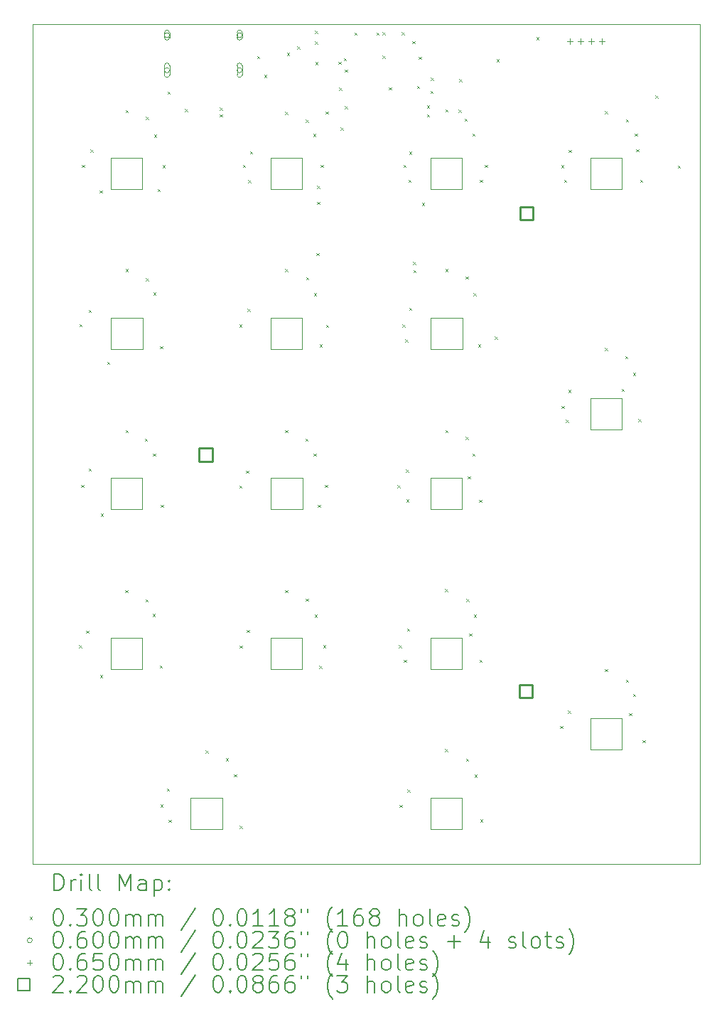
<source format=gbr>
%TF.GenerationSoftware,KiCad,Pcbnew,8.0.5*%
%TF.CreationDate,2024-11-11T15:58:18+01:00*%
%TF.ProjectId,Klawiatura analogowa,4b6c6177-6961-4747-9572-6120616e616c,rev?*%
%TF.SameCoordinates,Original*%
%TF.FileFunction,Drillmap*%
%TF.FilePolarity,Positive*%
%FSLAX45Y45*%
G04 Gerber Fmt 4.5, Leading zero omitted, Abs format (unit mm)*
G04 Created by KiCad (PCBNEW 8.0.5) date 2024-11-11 15:58:18*
%MOMM*%
%LPD*%
G01*
G04 APERTURE LIST*
%ADD10C,0.050000*%
%ADD11C,0.200000*%
%ADD12C,0.100000*%
%ADD13C,0.220000*%
G04 APERTURE END LIST*
D10*
X10535000Y-3966250D02*
X18485000Y-3966250D01*
X18485000Y-13963750D01*
X10535000Y-13963750D01*
X10535000Y-3966250D01*
X11465000Y-5556500D02*
X11845000Y-5556500D01*
X11845000Y-5929000D01*
X11465000Y-5929000D01*
X11465000Y-5556500D01*
X15275750Y-5555450D02*
X15655750Y-5555450D01*
X15655750Y-5927950D01*
X15275750Y-5927950D01*
X15275750Y-5555450D01*
X11465750Y-11270450D02*
X11845750Y-11270450D01*
X11845750Y-11642950D01*
X11465750Y-11642950D01*
X11465750Y-11270450D01*
X15275750Y-11270450D02*
X15655750Y-11270450D01*
X15655750Y-11642950D01*
X15275750Y-11642950D01*
X15275750Y-11270450D01*
X15275750Y-9365450D02*
X15655750Y-9365450D01*
X15655750Y-9737950D01*
X15275750Y-9737950D01*
X15275750Y-9365450D01*
X13370750Y-5555450D02*
X13750750Y-5555450D01*
X13750750Y-5927950D01*
X13370750Y-5927950D01*
X13370750Y-5555450D01*
X13371750Y-9366450D02*
X13751750Y-9366450D01*
X13751750Y-9738950D01*
X13371750Y-9738950D01*
X13371750Y-9366450D01*
X12417000Y-13174325D02*
X12797000Y-13174325D01*
X12797000Y-13546825D01*
X12417000Y-13546825D01*
X12417000Y-13174325D01*
X17180750Y-12222950D02*
X17560750Y-12222950D01*
X17560750Y-12595450D01*
X17180750Y-12595450D01*
X17180750Y-12222950D01*
X13370750Y-7460450D02*
X13750750Y-7460450D01*
X13750750Y-7832950D01*
X13370750Y-7832950D01*
X13370750Y-7460450D01*
X17180750Y-5555450D02*
X17560750Y-5555450D01*
X17560750Y-5927950D01*
X17180750Y-5927950D01*
X17180750Y-5555450D01*
X15278250Y-7460650D02*
X15658250Y-7460650D01*
X15658250Y-7833150D01*
X15278250Y-7833150D01*
X15278250Y-7460650D01*
X11468000Y-7462500D02*
X11848000Y-7462500D01*
X11848000Y-7835000D01*
X11468000Y-7835000D01*
X11468000Y-7462500D01*
X15275750Y-13175450D02*
X15655750Y-13175450D01*
X15655750Y-13547950D01*
X15275750Y-13547950D01*
X15275750Y-13175450D01*
X17180750Y-8412950D02*
X17560750Y-8412950D01*
X17560750Y-8785450D01*
X17180750Y-8785450D01*
X17180750Y-8412950D01*
X13370750Y-11270450D02*
X13750750Y-11270450D01*
X13750750Y-11642950D01*
X13370750Y-11642950D01*
X13370750Y-11270450D01*
X11465750Y-9365450D02*
X11845750Y-9365450D01*
X11845750Y-9737950D01*
X11465750Y-9737950D01*
X11465750Y-9365450D01*
D11*
D12*
X11088750Y-11355000D02*
X11118750Y-11385000D01*
X11118750Y-11355000D02*
X11088750Y-11385000D01*
X11094250Y-7531800D02*
X11124250Y-7561800D01*
X11124250Y-7531800D02*
X11094250Y-7561800D01*
X11115000Y-9445000D02*
X11145000Y-9475000D01*
X11145000Y-9445000D02*
X11115000Y-9475000D01*
X11125000Y-5635000D02*
X11155000Y-5665000D01*
X11155000Y-5635000D02*
X11125000Y-5665000D01*
X11173750Y-11180000D02*
X11203750Y-11210000D01*
X11203750Y-11180000D02*
X11173750Y-11210000D01*
X11204250Y-7361800D02*
X11234250Y-7391800D01*
X11234250Y-7361800D02*
X11204250Y-7391800D01*
X11205000Y-9252875D02*
X11235000Y-9282875D01*
X11235000Y-9252875D02*
X11205000Y-9282875D01*
X11225000Y-5455000D02*
X11255000Y-5485000D01*
X11255000Y-5455000D02*
X11225000Y-5485000D01*
X11335000Y-5940000D02*
X11365000Y-5970000D01*
X11365000Y-5940000D02*
X11335000Y-5970000D01*
X11340000Y-11710000D02*
X11370000Y-11740000D01*
X11370000Y-11710000D02*
X11340000Y-11740000D01*
X11347500Y-9790000D02*
X11377500Y-9820000D01*
X11377500Y-9790000D02*
X11347500Y-9820000D01*
X11425000Y-7980000D02*
X11455000Y-8010000D01*
X11455000Y-7980000D02*
X11425000Y-8010000D01*
X11640000Y-10700000D02*
X11670000Y-10730000D01*
X11670000Y-10700000D02*
X11640000Y-10730000D01*
X11645000Y-4985000D02*
X11675000Y-5015000D01*
X11675000Y-4985000D02*
X11645000Y-5015000D01*
X11645000Y-6875000D02*
X11675000Y-6905000D01*
X11675000Y-6875000D02*
X11645000Y-6905000D01*
X11645000Y-8795000D02*
X11675000Y-8825000D01*
X11675000Y-8795000D02*
X11645000Y-8825000D01*
X11875000Y-8895000D02*
X11905000Y-8925000D01*
X11905000Y-8895000D02*
X11875000Y-8925000D01*
X11880000Y-10810000D02*
X11910000Y-10840000D01*
X11910000Y-10810000D02*
X11880000Y-10840000D01*
X11885000Y-5065000D02*
X11915000Y-5095000D01*
X11915000Y-5065000D02*
X11885000Y-5095000D01*
X11885750Y-6985000D02*
X11915750Y-7015000D01*
X11915750Y-6985000D02*
X11885750Y-7015000D01*
X11965000Y-10985000D02*
X11995000Y-11015000D01*
X11995000Y-10985000D02*
X11965000Y-11015000D01*
X11970000Y-9075000D02*
X12000000Y-9105000D01*
X12000000Y-9075000D02*
X11970000Y-9105000D01*
X11975000Y-7155000D02*
X12005000Y-7185000D01*
X12005000Y-7155000D02*
X11975000Y-7185000D01*
X11985000Y-5275000D02*
X12015000Y-5305000D01*
X12015000Y-5275000D02*
X11985000Y-5305000D01*
X12025000Y-5925000D02*
X12055000Y-5955000D01*
X12055000Y-5925000D02*
X12025000Y-5955000D01*
X12050000Y-11595000D02*
X12080000Y-11625000D01*
X12080000Y-11595000D02*
X12050000Y-11625000D01*
X12055000Y-7795000D02*
X12085000Y-7825000D01*
X12085000Y-7795000D02*
X12055000Y-7825000D01*
X12060625Y-13253000D02*
X12090625Y-13283000D01*
X12090625Y-13253000D02*
X12060625Y-13283000D01*
X12065000Y-9685000D02*
X12095000Y-9715000D01*
X12095000Y-9685000D02*
X12065000Y-9715000D01*
X12085000Y-5642500D02*
X12115000Y-5672500D01*
X12115000Y-5642500D02*
X12085000Y-5672500D01*
X12135625Y-13063000D02*
X12165625Y-13093000D01*
X12165625Y-13063000D02*
X12135625Y-13093000D01*
X12145000Y-4765000D02*
X12175000Y-4795000D01*
X12175000Y-4765000D02*
X12145000Y-4795000D01*
X12155000Y-13435000D02*
X12185000Y-13465000D01*
X12185000Y-13435000D02*
X12155000Y-13465000D01*
X12350000Y-4970000D02*
X12380000Y-5000000D01*
X12380000Y-4970000D02*
X12350000Y-5000000D01*
X12595000Y-12610000D02*
X12625000Y-12640000D01*
X12625000Y-12610000D02*
X12595000Y-12640000D01*
X12765000Y-4955000D02*
X12795000Y-4985000D01*
X12795000Y-4955000D02*
X12765000Y-4985000D01*
X12765000Y-5035000D02*
X12795000Y-5065000D01*
X12795000Y-5035000D02*
X12765000Y-5065000D01*
X12840000Y-12700000D02*
X12870000Y-12730000D01*
X12870000Y-12700000D02*
X12840000Y-12730000D01*
X12933750Y-12893875D02*
X12963750Y-12923875D01*
X12963750Y-12893875D02*
X12933750Y-12923875D01*
X12998250Y-9455000D02*
X13028250Y-9485000D01*
X13028250Y-9455000D02*
X12998250Y-9485000D01*
X13000250Y-7538550D02*
X13030250Y-7568550D01*
X13030250Y-7538550D02*
X13000250Y-7568550D01*
X13003750Y-11358250D02*
X13033750Y-11388250D01*
X13033750Y-11358250D02*
X13003750Y-11388250D01*
X13005000Y-13505000D02*
X13035000Y-13535000D01*
X13035000Y-13505000D02*
X13005000Y-13535000D01*
X13040000Y-5635000D02*
X13070000Y-5665000D01*
X13070000Y-5635000D02*
X13040000Y-5665000D01*
X13080000Y-9275000D02*
X13110000Y-9305000D01*
X13110000Y-9275000D02*
X13080000Y-9305000D01*
X13088750Y-11173250D02*
X13118750Y-11203250D01*
X13118750Y-11173250D02*
X13088750Y-11203250D01*
X13095250Y-7348550D02*
X13125250Y-7378550D01*
X13125250Y-7348550D02*
X13095250Y-7378550D01*
X13105000Y-5820000D02*
X13135000Y-5850000D01*
X13135000Y-5820000D02*
X13105000Y-5850000D01*
X13125000Y-5475000D02*
X13155000Y-5505000D01*
X13155000Y-5475000D02*
X13125000Y-5505000D01*
X13210000Y-4340000D02*
X13240000Y-4370000D01*
X13240000Y-4340000D02*
X13210000Y-4370000D01*
X13295000Y-4565000D02*
X13325000Y-4595000D01*
X13325000Y-4565000D02*
X13295000Y-4595000D01*
X13545000Y-5005000D02*
X13575000Y-5035000D01*
X13575000Y-5005000D02*
X13545000Y-5035000D01*
X13545000Y-6875000D02*
X13575000Y-6905000D01*
X13575000Y-6875000D02*
X13545000Y-6905000D01*
X13545000Y-8795000D02*
X13575000Y-8825000D01*
X13575000Y-8795000D02*
X13545000Y-8825000D01*
X13545000Y-10700000D02*
X13575000Y-10730000D01*
X13575000Y-10700000D02*
X13545000Y-10730000D01*
X13565000Y-4305000D02*
X13595000Y-4335000D01*
X13595000Y-4305000D02*
X13565000Y-4335000D01*
X13690000Y-4225000D02*
X13720000Y-4255000D01*
X13720000Y-4225000D02*
X13690000Y-4255000D01*
X13785000Y-8895000D02*
X13815000Y-8925000D01*
X13815000Y-8895000D02*
X13785000Y-8925000D01*
X13790000Y-10800000D02*
X13820000Y-10830000D01*
X13820000Y-10800000D02*
X13790000Y-10830000D01*
X13791250Y-5098750D02*
X13821250Y-5128750D01*
X13821250Y-5098750D02*
X13791250Y-5128750D01*
X13795000Y-6975000D02*
X13825000Y-7005000D01*
X13825000Y-6975000D02*
X13795000Y-7005000D01*
X13880000Y-5270000D02*
X13910000Y-5300000D01*
X13910000Y-5270000D02*
X13880000Y-5300000D01*
X13885000Y-9075000D02*
X13915000Y-9105000D01*
X13915000Y-9075000D02*
X13885000Y-9105000D01*
X13890000Y-7165000D02*
X13920000Y-7195000D01*
X13920000Y-7165000D02*
X13890000Y-7195000D01*
X13895000Y-10990000D02*
X13925000Y-11020000D01*
X13925000Y-10990000D02*
X13895000Y-11020000D01*
X13900000Y-4040000D02*
X13930000Y-4070000D01*
X13930000Y-4040000D02*
X13900000Y-4070000D01*
X13902500Y-4167500D02*
X13932500Y-4197500D01*
X13932500Y-4167500D02*
X13902500Y-4197500D01*
X13905000Y-4415000D02*
X13935000Y-4445000D01*
X13935000Y-4415000D02*
X13905000Y-4445000D01*
X13920000Y-6685000D02*
X13950000Y-6715000D01*
X13950000Y-6685000D02*
X13920000Y-6715000D01*
X13925000Y-5885000D02*
X13955000Y-5915000D01*
X13955000Y-5885000D02*
X13925000Y-5915000D01*
X13925000Y-6075000D02*
X13955000Y-6105000D01*
X13955000Y-6075000D02*
X13925000Y-6105000D01*
X13935000Y-9685000D02*
X13965000Y-9715000D01*
X13965000Y-9685000D02*
X13935000Y-9715000D01*
X13950000Y-11600000D02*
X13980000Y-11630000D01*
X13980000Y-11600000D02*
X13950000Y-11630000D01*
X13955000Y-7775000D02*
X13985000Y-7805000D01*
X13985000Y-7775000D02*
X13955000Y-7805000D01*
X13970000Y-5637500D02*
X14000000Y-5667500D01*
X14000000Y-5637500D02*
X13970000Y-5667500D01*
X14000000Y-11355000D02*
X14030000Y-11385000D01*
X14030000Y-11355000D02*
X14000000Y-11385000D01*
X14017500Y-9445000D02*
X14047500Y-9475000D01*
X14047500Y-9445000D02*
X14017500Y-9475000D01*
X14030000Y-5000000D02*
X14060000Y-5030000D01*
X14060000Y-5000000D02*
X14030000Y-5030000D01*
X14032500Y-7540000D02*
X14062500Y-7570000D01*
X14062500Y-7540000D02*
X14032500Y-7570000D01*
X14182500Y-4407500D02*
X14212500Y-4437500D01*
X14212500Y-4407500D02*
X14182500Y-4437500D01*
X14187500Y-4717500D02*
X14217500Y-4747500D01*
X14217500Y-4717500D02*
X14187500Y-4747500D01*
X14205000Y-5190000D02*
X14235000Y-5220000D01*
X14235000Y-5190000D02*
X14205000Y-5220000D01*
X14245000Y-4365000D02*
X14275000Y-4395000D01*
X14275000Y-4365000D02*
X14245000Y-4395000D01*
X14255000Y-4500000D02*
X14285000Y-4530000D01*
X14285000Y-4500000D02*
X14255000Y-4530000D01*
X14257500Y-4937500D02*
X14287500Y-4967500D01*
X14287500Y-4937500D02*
X14257500Y-4967500D01*
X14372500Y-4062500D02*
X14402500Y-4092500D01*
X14402500Y-4062500D02*
X14372500Y-4092500D01*
X14632544Y-4060085D02*
X14662544Y-4090085D01*
X14662544Y-4060085D02*
X14632544Y-4090085D01*
X14707500Y-4057500D02*
X14737500Y-4087500D01*
X14737500Y-4057500D02*
X14707500Y-4087500D01*
X14707500Y-4337500D02*
X14737500Y-4367500D01*
X14737500Y-4337500D02*
X14707500Y-4367500D01*
X14782500Y-4712500D02*
X14812500Y-4742500D01*
X14812500Y-4712500D02*
X14782500Y-4742500D01*
X14881875Y-9450000D02*
X14911875Y-9480000D01*
X14911875Y-9450000D02*
X14881875Y-9480000D01*
X14898750Y-11353250D02*
X14928750Y-11383250D01*
X14928750Y-11353250D02*
X14898750Y-11383250D01*
X14908750Y-13256250D02*
X14938750Y-13286250D01*
X14938750Y-13256250D02*
X14908750Y-13286250D01*
X14932500Y-4057500D02*
X14962500Y-4087500D01*
X14962500Y-4057500D02*
X14932500Y-4087500D01*
X14941250Y-7538050D02*
X14971250Y-7568050D01*
X14971250Y-7538050D02*
X14941250Y-7568050D01*
X14955000Y-5635000D02*
X14985000Y-5665000D01*
X14985000Y-5635000D02*
X14955000Y-5665000D01*
X14960000Y-11530000D02*
X14990000Y-11560000D01*
X14990000Y-11530000D02*
X14960000Y-11560000D01*
X14977500Y-7715000D02*
X15007500Y-7745000D01*
X15007500Y-7715000D02*
X14977500Y-7745000D01*
X14985000Y-9265000D02*
X15015000Y-9295000D01*
X15015000Y-9265000D02*
X14985000Y-9295000D01*
X14987500Y-9620000D02*
X15017500Y-9650000D01*
X15017500Y-9620000D02*
X14987500Y-9650000D01*
X14998750Y-11158250D02*
X15028750Y-11188250D01*
X15028750Y-11158250D02*
X14998750Y-11188250D01*
X15003750Y-13076250D02*
X15033750Y-13106250D01*
X15033750Y-13076250D02*
X15003750Y-13106250D01*
X15012500Y-5812500D02*
X15042500Y-5842500D01*
X15042500Y-5812500D02*
X15012500Y-5842500D01*
X15021250Y-7338050D02*
X15051250Y-7368050D01*
X15051250Y-7338050D02*
X15021250Y-7368050D01*
X15023750Y-5478250D02*
X15053750Y-5508250D01*
X15053750Y-5478250D02*
X15023750Y-5508250D01*
X15062500Y-4162500D02*
X15092500Y-4192500D01*
X15092500Y-4162500D02*
X15062500Y-4192500D01*
X15067500Y-6790000D02*
X15097500Y-6820000D01*
X15097500Y-6790000D02*
X15067500Y-6820000D01*
X15072500Y-6890000D02*
X15102500Y-6920000D01*
X15102500Y-6890000D02*
X15072500Y-6920000D01*
X15116330Y-4696934D02*
X15146330Y-4726934D01*
X15146330Y-4696934D02*
X15116330Y-4726934D01*
X15137500Y-4347500D02*
X15167500Y-4377500D01*
X15167500Y-4347500D02*
X15137500Y-4377500D01*
X15175000Y-6090000D02*
X15205000Y-6120000D01*
X15205000Y-6090000D02*
X15175000Y-6120000D01*
X15235000Y-4930000D02*
X15265000Y-4960000D01*
X15265000Y-4930000D02*
X15235000Y-4960000D01*
X15235000Y-5035000D02*
X15265000Y-5065000D01*
X15265000Y-5035000D02*
X15235000Y-5065000D01*
X15277500Y-4757500D02*
X15307500Y-4787500D01*
X15307500Y-4757500D02*
X15277500Y-4787500D01*
X15282500Y-4597500D02*
X15312500Y-4627500D01*
X15312500Y-4597500D02*
X15282500Y-4627500D01*
X15450000Y-10685000D02*
X15480000Y-10715000D01*
X15480000Y-10685000D02*
X15450000Y-10715000D01*
X15450000Y-12590000D02*
X15480000Y-12620000D01*
X15480000Y-12590000D02*
X15450000Y-12620000D01*
X15455000Y-4975000D02*
X15485000Y-5005000D01*
X15485000Y-4975000D02*
X15455000Y-5005000D01*
X15455000Y-6875000D02*
X15485000Y-6905000D01*
X15485000Y-6875000D02*
X15455000Y-6905000D01*
X15455000Y-8795000D02*
X15485000Y-8825000D01*
X15485000Y-8795000D02*
X15455000Y-8825000D01*
X15610000Y-4980000D02*
X15640000Y-5010000D01*
X15640000Y-4980000D02*
X15610000Y-5010000D01*
X15620000Y-4615000D02*
X15650000Y-4645000D01*
X15650000Y-4615000D02*
X15620000Y-4645000D01*
X15685000Y-5085000D02*
X15715000Y-5115000D01*
X15715000Y-5085000D02*
X15685000Y-5115000D01*
X15695000Y-6965000D02*
X15725000Y-6995000D01*
X15725000Y-6965000D02*
X15695000Y-6995000D01*
X15695000Y-8875000D02*
X15725000Y-8905000D01*
X15725000Y-8875000D02*
X15695000Y-8905000D01*
X15700000Y-12705000D02*
X15730000Y-12735000D01*
X15730000Y-12705000D02*
X15700000Y-12735000D01*
X15705000Y-10805000D02*
X15735000Y-10835000D01*
X15735000Y-10805000D02*
X15705000Y-10835000D01*
X15722500Y-9345000D02*
X15752500Y-9375000D01*
X15752500Y-9345000D02*
X15722500Y-9375000D01*
X15740000Y-11215000D02*
X15770000Y-11245000D01*
X15770000Y-11215000D02*
X15740000Y-11245000D01*
X15775000Y-5265000D02*
X15805000Y-5295000D01*
X15805000Y-5265000D02*
X15775000Y-5295000D01*
X15775000Y-9075000D02*
X15805000Y-9105000D01*
X15805000Y-9075000D02*
X15775000Y-9105000D01*
X15790000Y-7165000D02*
X15820000Y-7195000D01*
X15820000Y-7165000D02*
X15790000Y-7195000D01*
X15795000Y-10990000D02*
X15825000Y-11020000D01*
X15825000Y-10990000D02*
X15795000Y-11020000D01*
X15800000Y-12895000D02*
X15830000Y-12925000D01*
X15830000Y-12895000D02*
X15800000Y-12925000D01*
X15845000Y-7775000D02*
X15875000Y-7805000D01*
X15875000Y-7775000D02*
X15845000Y-7805000D01*
X15855000Y-9625000D02*
X15885000Y-9655000D01*
X15885000Y-9625000D02*
X15855000Y-9655000D01*
X15860000Y-11530000D02*
X15890000Y-11560000D01*
X15890000Y-11530000D02*
X15860000Y-11560000D01*
X15865000Y-5815000D02*
X15895000Y-5845000D01*
X15895000Y-5815000D02*
X15865000Y-5845000D01*
X15870000Y-13430000D02*
X15900000Y-13460000D01*
X15900000Y-13430000D02*
X15870000Y-13460000D01*
X15925000Y-5635000D02*
X15955000Y-5665000D01*
X15955000Y-5635000D02*
X15925000Y-5665000D01*
X16045000Y-7682500D02*
X16075000Y-7712500D01*
X16075000Y-7682500D02*
X16045000Y-7712500D01*
X16065000Y-4380000D02*
X16095000Y-4410000D01*
X16095000Y-4380000D02*
X16065000Y-4410000D01*
X16540000Y-4115000D02*
X16570000Y-4145000D01*
X16570000Y-4115000D02*
X16540000Y-4145000D01*
X16823750Y-12315000D02*
X16853750Y-12345000D01*
X16853750Y-12315000D02*
X16823750Y-12345000D01*
X16833750Y-5638250D02*
X16863750Y-5668250D01*
X16863750Y-5638250D02*
X16833750Y-5668250D01*
X16838750Y-8505250D02*
X16868750Y-8535250D01*
X16868750Y-8505250D02*
X16838750Y-8535250D01*
X16870000Y-5812500D02*
X16900000Y-5842500D01*
X16900000Y-5812500D02*
X16870000Y-5842500D01*
X16887500Y-8670000D02*
X16917500Y-8700000D01*
X16917500Y-8670000D02*
X16887500Y-8700000D01*
X16913750Y-12135000D02*
X16943750Y-12165000D01*
X16943750Y-12135000D02*
X16913750Y-12165000D01*
X16918750Y-8315250D02*
X16948750Y-8345250D01*
X16948750Y-8315250D02*
X16918750Y-8345250D01*
X16923750Y-5458250D02*
X16953750Y-5488250D01*
X16953750Y-5458250D02*
X16923750Y-5488250D01*
X17355000Y-4995000D02*
X17385000Y-5025000D01*
X17385000Y-4995000D02*
X17355000Y-5025000D01*
X17355000Y-7815000D02*
X17385000Y-7845000D01*
X17385000Y-7815000D02*
X17355000Y-7845000D01*
X17355000Y-11640000D02*
X17385000Y-11670000D01*
X17385000Y-11640000D02*
X17355000Y-11670000D01*
X17555000Y-8305000D02*
X17585000Y-8335000D01*
X17585000Y-8305000D02*
X17555000Y-8335000D01*
X17595000Y-7915000D02*
X17625000Y-7945000D01*
X17625000Y-7915000D02*
X17595000Y-7945000D01*
X17605000Y-5095000D02*
X17635000Y-5125000D01*
X17635000Y-5095000D02*
X17605000Y-5125000D01*
X17605000Y-11765000D02*
X17635000Y-11795000D01*
X17635000Y-11765000D02*
X17605000Y-11795000D01*
X17645000Y-12165000D02*
X17675000Y-12195000D01*
X17675000Y-12165000D02*
X17645000Y-12195000D01*
X17690000Y-8115000D02*
X17720000Y-8145000D01*
X17720000Y-8115000D02*
X17690000Y-8145000D01*
X17690000Y-11935000D02*
X17720000Y-11965000D01*
X17720000Y-11935000D02*
X17690000Y-11965000D01*
X17710000Y-5265000D02*
X17740000Y-5295000D01*
X17740000Y-5265000D02*
X17710000Y-5295000D01*
X17730000Y-5450000D02*
X17760000Y-5480000D01*
X17760000Y-5450000D02*
X17730000Y-5480000D01*
X17755000Y-8665000D02*
X17785000Y-8695000D01*
X17785000Y-8665000D02*
X17755000Y-8695000D01*
X17775000Y-5815000D02*
X17805000Y-5845000D01*
X17805000Y-5815000D02*
X17775000Y-5845000D01*
X17805000Y-12485000D02*
X17835000Y-12515000D01*
X17835000Y-12485000D02*
X17805000Y-12515000D01*
X17955000Y-4810000D02*
X17985000Y-4840000D01*
X17985000Y-4810000D02*
X17955000Y-4840000D01*
X18225000Y-5645000D02*
X18255000Y-5675000D01*
X18255000Y-5645000D02*
X18225000Y-5675000D01*
X12168000Y-4092500D02*
G75*
G02*
X12108000Y-4092500I-30000J0D01*
G01*
X12108000Y-4092500D02*
G75*
G02*
X12168000Y-4092500I30000J0D01*
G01*
X12108000Y-4062500D02*
X12108000Y-4122500D01*
X12168000Y-4122500D02*
G75*
G02*
X12108000Y-4122500I-30000J0D01*
G01*
X12168000Y-4122500D02*
X12168000Y-4062500D01*
X12168000Y-4062500D02*
G75*
G03*
X12108000Y-4062500I-30000J0D01*
G01*
X12168000Y-4510500D02*
G75*
G02*
X12108000Y-4510500I-30000J0D01*
G01*
X12108000Y-4510500D02*
G75*
G02*
X12168000Y-4510500I30000J0D01*
G01*
X12108000Y-4455500D02*
X12108000Y-4565500D01*
X12168000Y-4565500D02*
G75*
G02*
X12108000Y-4565500I-30000J0D01*
G01*
X12168000Y-4565500D02*
X12168000Y-4455500D01*
X12168000Y-4455500D02*
G75*
G03*
X12108000Y-4455500I-30000J0D01*
G01*
X13032000Y-4092500D02*
G75*
G02*
X12972000Y-4092500I-30000J0D01*
G01*
X12972000Y-4092500D02*
G75*
G02*
X13032000Y-4092500I30000J0D01*
G01*
X12972000Y-4062500D02*
X12972000Y-4122500D01*
X13032000Y-4122500D02*
G75*
G02*
X12972000Y-4122500I-30000J0D01*
G01*
X13032000Y-4122500D02*
X13032000Y-4062500D01*
X13032000Y-4062500D02*
G75*
G03*
X12972000Y-4062500I-30000J0D01*
G01*
X13032000Y-4510500D02*
G75*
G02*
X12972000Y-4510500I-30000J0D01*
G01*
X12972000Y-4510500D02*
G75*
G02*
X13032000Y-4510500I30000J0D01*
G01*
X12972000Y-4455500D02*
X12972000Y-4565500D01*
X13032000Y-4565500D02*
G75*
G02*
X12972000Y-4565500I-30000J0D01*
G01*
X13032000Y-4565500D02*
X13032000Y-4455500D01*
X13032000Y-4455500D02*
G75*
G03*
X12972000Y-4455500I-30000J0D01*
G01*
X16939000Y-4132500D02*
X16939000Y-4197500D01*
X16906500Y-4165000D02*
X16971500Y-4165000D01*
X17066000Y-4132500D02*
X17066000Y-4197500D01*
X17033500Y-4165000D02*
X17098500Y-4165000D01*
X17193000Y-4132500D02*
X17193000Y-4197500D01*
X17160500Y-4165000D02*
X17225500Y-4165000D01*
X17320000Y-4132500D02*
X17320000Y-4197500D01*
X17287500Y-4165000D02*
X17352500Y-4165000D01*
D13*
X12677782Y-9167783D02*
X12677782Y-9012218D01*
X12522217Y-9012218D01*
X12522217Y-9167783D01*
X12677782Y-9167783D01*
X16492782Y-11982782D02*
X16492782Y-11827217D01*
X16337217Y-11827217D01*
X16337217Y-11982782D01*
X16492782Y-11982782D01*
X16497782Y-6292782D02*
X16497782Y-6137217D01*
X16342217Y-6137217D01*
X16342217Y-6292782D01*
X16497782Y-6292782D01*
D11*
X10793277Y-14277734D02*
X10793277Y-14077734D01*
X10793277Y-14077734D02*
X10840896Y-14077734D01*
X10840896Y-14077734D02*
X10869467Y-14087258D01*
X10869467Y-14087258D02*
X10888515Y-14106305D01*
X10888515Y-14106305D02*
X10898039Y-14125353D01*
X10898039Y-14125353D02*
X10907563Y-14163448D01*
X10907563Y-14163448D02*
X10907563Y-14192019D01*
X10907563Y-14192019D02*
X10898039Y-14230115D01*
X10898039Y-14230115D02*
X10888515Y-14249162D01*
X10888515Y-14249162D02*
X10869467Y-14268210D01*
X10869467Y-14268210D02*
X10840896Y-14277734D01*
X10840896Y-14277734D02*
X10793277Y-14277734D01*
X10993277Y-14277734D02*
X10993277Y-14144400D01*
X10993277Y-14182496D02*
X11002801Y-14163448D01*
X11002801Y-14163448D02*
X11012324Y-14153924D01*
X11012324Y-14153924D02*
X11031372Y-14144400D01*
X11031372Y-14144400D02*
X11050420Y-14144400D01*
X11117086Y-14277734D02*
X11117086Y-14144400D01*
X11117086Y-14077734D02*
X11107563Y-14087258D01*
X11107563Y-14087258D02*
X11117086Y-14096781D01*
X11117086Y-14096781D02*
X11126610Y-14087258D01*
X11126610Y-14087258D02*
X11117086Y-14077734D01*
X11117086Y-14077734D02*
X11117086Y-14096781D01*
X11240896Y-14277734D02*
X11221848Y-14268210D01*
X11221848Y-14268210D02*
X11212324Y-14249162D01*
X11212324Y-14249162D02*
X11212324Y-14077734D01*
X11345658Y-14277734D02*
X11326610Y-14268210D01*
X11326610Y-14268210D02*
X11317086Y-14249162D01*
X11317086Y-14249162D02*
X11317086Y-14077734D01*
X11574229Y-14277734D02*
X11574229Y-14077734D01*
X11574229Y-14077734D02*
X11640896Y-14220591D01*
X11640896Y-14220591D02*
X11707562Y-14077734D01*
X11707562Y-14077734D02*
X11707562Y-14277734D01*
X11888515Y-14277734D02*
X11888515Y-14172972D01*
X11888515Y-14172972D02*
X11878991Y-14153924D01*
X11878991Y-14153924D02*
X11859943Y-14144400D01*
X11859943Y-14144400D02*
X11821848Y-14144400D01*
X11821848Y-14144400D02*
X11802801Y-14153924D01*
X11888515Y-14268210D02*
X11869467Y-14277734D01*
X11869467Y-14277734D02*
X11821848Y-14277734D01*
X11821848Y-14277734D02*
X11802801Y-14268210D01*
X11802801Y-14268210D02*
X11793277Y-14249162D01*
X11793277Y-14249162D02*
X11793277Y-14230115D01*
X11793277Y-14230115D02*
X11802801Y-14211067D01*
X11802801Y-14211067D02*
X11821848Y-14201543D01*
X11821848Y-14201543D02*
X11869467Y-14201543D01*
X11869467Y-14201543D02*
X11888515Y-14192019D01*
X11983753Y-14144400D02*
X11983753Y-14344400D01*
X11983753Y-14153924D02*
X12002801Y-14144400D01*
X12002801Y-14144400D02*
X12040896Y-14144400D01*
X12040896Y-14144400D02*
X12059943Y-14153924D01*
X12059943Y-14153924D02*
X12069467Y-14163448D01*
X12069467Y-14163448D02*
X12078991Y-14182496D01*
X12078991Y-14182496D02*
X12078991Y-14239638D01*
X12078991Y-14239638D02*
X12069467Y-14258686D01*
X12069467Y-14258686D02*
X12059943Y-14268210D01*
X12059943Y-14268210D02*
X12040896Y-14277734D01*
X12040896Y-14277734D02*
X12002801Y-14277734D01*
X12002801Y-14277734D02*
X11983753Y-14268210D01*
X12164705Y-14258686D02*
X12174229Y-14268210D01*
X12174229Y-14268210D02*
X12164705Y-14277734D01*
X12164705Y-14277734D02*
X12155182Y-14268210D01*
X12155182Y-14268210D02*
X12164705Y-14258686D01*
X12164705Y-14258686D02*
X12164705Y-14277734D01*
X12164705Y-14153924D02*
X12174229Y-14163448D01*
X12174229Y-14163448D02*
X12164705Y-14172972D01*
X12164705Y-14172972D02*
X12155182Y-14163448D01*
X12155182Y-14163448D02*
X12164705Y-14153924D01*
X12164705Y-14153924D02*
X12164705Y-14172972D01*
D12*
X10502500Y-14591250D02*
X10532500Y-14621250D01*
X10532500Y-14591250D02*
X10502500Y-14621250D01*
D11*
X10831372Y-14497734D02*
X10850420Y-14497734D01*
X10850420Y-14497734D02*
X10869467Y-14507258D01*
X10869467Y-14507258D02*
X10878991Y-14516781D01*
X10878991Y-14516781D02*
X10888515Y-14535829D01*
X10888515Y-14535829D02*
X10898039Y-14573924D01*
X10898039Y-14573924D02*
X10898039Y-14621543D01*
X10898039Y-14621543D02*
X10888515Y-14659638D01*
X10888515Y-14659638D02*
X10878991Y-14678686D01*
X10878991Y-14678686D02*
X10869467Y-14688210D01*
X10869467Y-14688210D02*
X10850420Y-14697734D01*
X10850420Y-14697734D02*
X10831372Y-14697734D01*
X10831372Y-14697734D02*
X10812324Y-14688210D01*
X10812324Y-14688210D02*
X10802801Y-14678686D01*
X10802801Y-14678686D02*
X10793277Y-14659638D01*
X10793277Y-14659638D02*
X10783753Y-14621543D01*
X10783753Y-14621543D02*
X10783753Y-14573924D01*
X10783753Y-14573924D02*
X10793277Y-14535829D01*
X10793277Y-14535829D02*
X10802801Y-14516781D01*
X10802801Y-14516781D02*
X10812324Y-14507258D01*
X10812324Y-14507258D02*
X10831372Y-14497734D01*
X10983753Y-14678686D02*
X10993277Y-14688210D01*
X10993277Y-14688210D02*
X10983753Y-14697734D01*
X10983753Y-14697734D02*
X10974229Y-14688210D01*
X10974229Y-14688210D02*
X10983753Y-14678686D01*
X10983753Y-14678686D02*
X10983753Y-14697734D01*
X11059944Y-14497734D02*
X11183753Y-14497734D01*
X11183753Y-14497734D02*
X11117086Y-14573924D01*
X11117086Y-14573924D02*
X11145658Y-14573924D01*
X11145658Y-14573924D02*
X11164705Y-14583448D01*
X11164705Y-14583448D02*
X11174229Y-14592972D01*
X11174229Y-14592972D02*
X11183753Y-14612019D01*
X11183753Y-14612019D02*
X11183753Y-14659638D01*
X11183753Y-14659638D02*
X11174229Y-14678686D01*
X11174229Y-14678686D02*
X11164705Y-14688210D01*
X11164705Y-14688210D02*
X11145658Y-14697734D01*
X11145658Y-14697734D02*
X11088515Y-14697734D01*
X11088515Y-14697734D02*
X11069467Y-14688210D01*
X11069467Y-14688210D02*
X11059944Y-14678686D01*
X11307562Y-14497734D02*
X11326610Y-14497734D01*
X11326610Y-14497734D02*
X11345658Y-14507258D01*
X11345658Y-14507258D02*
X11355182Y-14516781D01*
X11355182Y-14516781D02*
X11364705Y-14535829D01*
X11364705Y-14535829D02*
X11374229Y-14573924D01*
X11374229Y-14573924D02*
X11374229Y-14621543D01*
X11374229Y-14621543D02*
X11364705Y-14659638D01*
X11364705Y-14659638D02*
X11355182Y-14678686D01*
X11355182Y-14678686D02*
X11345658Y-14688210D01*
X11345658Y-14688210D02*
X11326610Y-14697734D01*
X11326610Y-14697734D02*
X11307562Y-14697734D01*
X11307562Y-14697734D02*
X11288515Y-14688210D01*
X11288515Y-14688210D02*
X11278991Y-14678686D01*
X11278991Y-14678686D02*
X11269467Y-14659638D01*
X11269467Y-14659638D02*
X11259943Y-14621543D01*
X11259943Y-14621543D02*
X11259943Y-14573924D01*
X11259943Y-14573924D02*
X11269467Y-14535829D01*
X11269467Y-14535829D02*
X11278991Y-14516781D01*
X11278991Y-14516781D02*
X11288515Y-14507258D01*
X11288515Y-14507258D02*
X11307562Y-14497734D01*
X11498039Y-14497734D02*
X11517086Y-14497734D01*
X11517086Y-14497734D02*
X11536134Y-14507258D01*
X11536134Y-14507258D02*
X11545658Y-14516781D01*
X11545658Y-14516781D02*
X11555182Y-14535829D01*
X11555182Y-14535829D02*
X11564705Y-14573924D01*
X11564705Y-14573924D02*
X11564705Y-14621543D01*
X11564705Y-14621543D02*
X11555182Y-14659638D01*
X11555182Y-14659638D02*
X11545658Y-14678686D01*
X11545658Y-14678686D02*
X11536134Y-14688210D01*
X11536134Y-14688210D02*
X11517086Y-14697734D01*
X11517086Y-14697734D02*
X11498039Y-14697734D01*
X11498039Y-14697734D02*
X11478991Y-14688210D01*
X11478991Y-14688210D02*
X11469467Y-14678686D01*
X11469467Y-14678686D02*
X11459943Y-14659638D01*
X11459943Y-14659638D02*
X11450420Y-14621543D01*
X11450420Y-14621543D02*
X11450420Y-14573924D01*
X11450420Y-14573924D02*
X11459943Y-14535829D01*
X11459943Y-14535829D02*
X11469467Y-14516781D01*
X11469467Y-14516781D02*
X11478991Y-14507258D01*
X11478991Y-14507258D02*
X11498039Y-14497734D01*
X11650420Y-14697734D02*
X11650420Y-14564400D01*
X11650420Y-14583448D02*
X11659943Y-14573924D01*
X11659943Y-14573924D02*
X11678991Y-14564400D01*
X11678991Y-14564400D02*
X11707563Y-14564400D01*
X11707563Y-14564400D02*
X11726610Y-14573924D01*
X11726610Y-14573924D02*
X11736134Y-14592972D01*
X11736134Y-14592972D02*
X11736134Y-14697734D01*
X11736134Y-14592972D02*
X11745658Y-14573924D01*
X11745658Y-14573924D02*
X11764705Y-14564400D01*
X11764705Y-14564400D02*
X11793277Y-14564400D01*
X11793277Y-14564400D02*
X11812324Y-14573924D01*
X11812324Y-14573924D02*
X11821848Y-14592972D01*
X11821848Y-14592972D02*
X11821848Y-14697734D01*
X11917086Y-14697734D02*
X11917086Y-14564400D01*
X11917086Y-14583448D02*
X11926610Y-14573924D01*
X11926610Y-14573924D02*
X11945658Y-14564400D01*
X11945658Y-14564400D02*
X11974229Y-14564400D01*
X11974229Y-14564400D02*
X11993277Y-14573924D01*
X11993277Y-14573924D02*
X12002801Y-14592972D01*
X12002801Y-14592972D02*
X12002801Y-14697734D01*
X12002801Y-14592972D02*
X12012324Y-14573924D01*
X12012324Y-14573924D02*
X12031372Y-14564400D01*
X12031372Y-14564400D02*
X12059943Y-14564400D01*
X12059943Y-14564400D02*
X12078991Y-14573924D01*
X12078991Y-14573924D02*
X12088515Y-14592972D01*
X12088515Y-14592972D02*
X12088515Y-14697734D01*
X12478991Y-14488210D02*
X12307563Y-14745353D01*
X12736134Y-14497734D02*
X12755182Y-14497734D01*
X12755182Y-14497734D02*
X12774229Y-14507258D01*
X12774229Y-14507258D02*
X12783753Y-14516781D01*
X12783753Y-14516781D02*
X12793277Y-14535829D01*
X12793277Y-14535829D02*
X12802801Y-14573924D01*
X12802801Y-14573924D02*
X12802801Y-14621543D01*
X12802801Y-14621543D02*
X12793277Y-14659638D01*
X12793277Y-14659638D02*
X12783753Y-14678686D01*
X12783753Y-14678686D02*
X12774229Y-14688210D01*
X12774229Y-14688210D02*
X12755182Y-14697734D01*
X12755182Y-14697734D02*
X12736134Y-14697734D01*
X12736134Y-14697734D02*
X12717086Y-14688210D01*
X12717086Y-14688210D02*
X12707563Y-14678686D01*
X12707563Y-14678686D02*
X12698039Y-14659638D01*
X12698039Y-14659638D02*
X12688515Y-14621543D01*
X12688515Y-14621543D02*
X12688515Y-14573924D01*
X12688515Y-14573924D02*
X12698039Y-14535829D01*
X12698039Y-14535829D02*
X12707563Y-14516781D01*
X12707563Y-14516781D02*
X12717086Y-14507258D01*
X12717086Y-14507258D02*
X12736134Y-14497734D01*
X12888515Y-14678686D02*
X12898039Y-14688210D01*
X12898039Y-14688210D02*
X12888515Y-14697734D01*
X12888515Y-14697734D02*
X12878991Y-14688210D01*
X12878991Y-14688210D02*
X12888515Y-14678686D01*
X12888515Y-14678686D02*
X12888515Y-14697734D01*
X13021848Y-14497734D02*
X13040896Y-14497734D01*
X13040896Y-14497734D02*
X13059944Y-14507258D01*
X13059944Y-14507258D02*
X13069467Y-14516781D01*
X13069467Y-14516781D02*
X13078991Y-14535829D01*
X13078991Y-14535829D02*
X13088515Y-14573924D01*
X13088515Y-14573924D02*
X13088515Y-14621543D01*
X13088515Y-14621543D02*
X13078991Y-14659638D01*
X13078991Y-14659638D02*
X13069467Y-14678686D01*
X13069467Y-14678686D02*
X13059944Y-14688210D01*
X13059944Y-14688210D02*
X13040896Y-14697734D01*
X13040896Y-14697734D02*
X13021848Y-14697734D01*
X13021848Y-14697734D02*
X13002801Y-14688210D01*
X13002801Y-14688210D02*
X12993277Y-14678686D01*
X12993277Y-14678686D02*
X12983753Y-14659638D01*
X12983753Y-14659638D02*
X12974229Y-14621543D01*
X12974229Y-14621543D02*
X12974229Y-14573924D01*
X12974229Y-14573924D02*
X12983753Y-14535829D01*
X12983753Y-14535829D02*
X12993277Y-14516781D01*
X12993277Y-14516781D02*
X13002801Y-14507258D01*
X13002801Y-14507258D02*
X13021848Y-14497734D01*
X13278991Y-14697734D02*
X13164706Y-14697734D01*
X13221848Y-14697734D02*
X13221848Y-14497734D01*
X13221848Y-14497734D02*
X13202801Y-14526305D01*
X13202801Y-14526305D02*
X13183753Y-14545353D01*
X13183753Y-14545353D02*
X13164706Y-14554877D01*
X13469467Y-14697734D02*
X13355182Y-14697734D01*
X13412325Y-14697734D02*
X13412325Y-14497734D01*
X13412325Y-14497734D02*
X13393277Y-14526305D01*
X13393277Y-14526305D02*
X13374229Y-14545353D01*
X13374229Y-14545353D02*
X13355182Y-14554877D01*
X13583753Y-14583448D02*
X13564706Y-14573924D01*
X13564706Y-14573924D02*
X13555182Y-14564400D01*
X13555182Y-14564400D02*
X13545658Y-14545353D01*
X13545658Y-14545353D02*
X13545658Y-14535829D01*
X13545658Y-14535829D02*
X13555182Y-14516781D01*
X13555182Y-14516781D02*
X13564706Y-14507258D01*
X13564706Y-14507258D02*
X13583753Y-14497734D01*
X13583753Y-14497734D02*
X13621848Y-14497734D01*
X13621848Y-14497734D02*
X13640896Y-14507258D01*
X13640896Y-14507258D02*
X13650420Y-14516781D01*
X13650420Y-14516781D02*
X13659944Y-14535829D01*
X13659944Y-14535829D02*
X13659944Y-14545353D01*
X13659944Y-14545353D02*
X13650420Y-14564400D01*
X13650420Y-14564400D02*
X13640896Y-14573924D01*
X13640896Y-14573924D02*
X13621848Y-14583448D01*
X13621848Y-14583448D02*
X13583753Y-14583448D01*
X13583753Y-14583448D02*
X13564706Y-14592972D01*
X13564706Y-14592972D02*
X13555182Y-14602496D01*
X13555182Y-14602496D02*
X13545658Y-14621543D01*
X13545658Y-14621543D02*
X13545658Y-14659638D01*
X13545658Y-14659638D02*
X13555182Y-14678686D01*
X13555182Y-14678686D02*
X13564706Y-14688210D01*
X13564706Y-14688210D02*
X13583753Y-14697734D01*
X13583753Y-14697734D02*
X13621848Y-14697734D01*
X13621848Y-14697734D02*
X13640896Y-14688210D01*
X13640896Y-14688210D02*
X13650420Y-14678686D01*
X13650420Y-14678686D02*
X13659944Y-14659638D01*
X13659944Y-14659638D02*
X13659944Y-14621543D01*
X13659944Y-14621543D02*
X13650420Y-14602496D01*
X13650420Y-14602496D02*
X13640896Y-14592972D01*
X13640896Y-14592972D02*
X13621848Y-14583448D01*
X13736134Y-14497734D02*
X13736134Y-14535829D01*
X13812325Y-14497734D02*
X13812325Y-14535829D01*
X14107563Y-14773924D02*
X14098039Y-14764400D01*
X14098039Y-14764400D02*
X14078991Y-14735829D01*
X14078991Y-14735829D02*
X14069468Y-14716781D01*
X14069468Y-14716781D02*
X14059944Y-14688210D01*
X14059944Y-14688210D02*
X14050420Y-14640591D01*
X14050420Y-14640591D02*
X14050420Y-14602496D01*
X14050420Y-14602496D02*
X14059944Y-14554877D01*
X14059944Y-14554877D02*
X14069468Y-14526305D01*
X14069468Y-14526305D02*
X14078991Y-14507258D01*
X14078991Y-14507258D02*
X14098039Y-14478686D01*
X14098039Y-14478686D02*
X14107563Y-14469162D01*
X14288515Y-14697734D02*
X14174229Y-14697734D01*
X14231372Y-14697734D02*
X14231372Y-14497734D01*
X14231372Y-14497734D02*
X14212325Y-14526305D01*
X14212325Y-14526305D02*
X14193277Y-14545353D01*
X14193277Y-14545353D02*
X14174229Y-14554877D01*
X14459944Y-14497734D02*
X14421848Y-14497734D01*
X14421848Y-14497734D02*
X14402801Y-14507258D01*
X14402801Y-14507258D02*
X14393277Y-14516781D01*
X14393277Y-14516781D02*
X14374229Y-14545353D01*
X14374229Y-14545353D02*
X14364706Y-14583448D01*
X14364706Y-14583448D02*
X14364706Y-14659638D01*
X14364706Y-14659638D02*
X14374229Y-14678686D01*
X14374229Y-14678686D02*
X14383753Y-14688210D01*
X14383753Y-14688210D02*
X14402801Y-14697734D01*
X14402801Y-14697734D02*
X14440896Y-14697734D01*
X14440896Y-14697734D02*
X14459944Y-14688210D01*
X14459944Y-14688210D02*
X14469468Y-14678686D01*
X14469468Y-14678686D02*
X14478991Y-14659638D01*
X14478991Y-14659638D02*
X14478991Y-14612019D01*
X14478991Y-14612019D02*
X14469468Y-14592972D01*
X14469468Y-14592972D02*
X14459944Y-14583448D01*
X14459944Y-14583448D02*
X14440896Y-14573924D01*
X14440896Y-14573924D02*
X14402801Y-14573924D01*
X14402801Y-14573924D02*
X14383753Y-14583448D01*
X14383753Y-14583448D02*
X14374229Y-14592972D01*
X14374229Y-14592972D02*
X14364706Y-14612019D01*
X14593277Y-14583448D02*
X14574229Y-14573924D01*
X14574229Y-14573924D02*
X14564706Y-14564400D01*
X14564706Y-14564400D02*
X14555182Y-14545353D01*
X14555182Y-14545353D02*
X14555182Y-14535829D01*
X14555182Y-14535829D02*
X14564706Y-14516781D01*
X14564706Y-14516781D02*
X14574229Y-14507258D01*
X14574229Y-14507258D02*
X14593277Y-14497734D01*
X14593277Y-14497734D02*
X14631372Y-14497734D01*
X14631372Y-14497734D02*
X14650420Y-14507258D01*
X14650420Y-14507258D02*
X14659944Y-14516781D01*
X14659944Y-14516781D02*
X14669468Y-14535829D01*
X14669468Y-14535829D02*
X14669468Y-14545353D01*
X14669468Y-14545353D02*
X14659944Y-14564400D01*
X14659944Y-14564400D02*
X14650420Y-14573924D01*
X14650420Y-14573924D02*
X14631372Y-14583448D01*
X14631372Y-14583448D02*
X14593277Y-14583448D01*
X14593277Y-14583448D02*
X14574229Y-14592972D01*
X14574229Y-14592972D02*
X14564706Y-14602496D01*
X14564706Y-14602496D02*
X14555182Y-14621543D01*
X14555182Y-14621543D02*
X14555182Y-14659638D01*
X14555182Y-14659638D02*
X14564706Y-14678686D01*
X14564706Y-14678686D02*
X14574229Y-14688210D01*
X14574229Y-14688210D02*
X14593277Y-14697734D01*
X14593277Y-14697734D02*
X14631372Y-14697734D01*
X14631372Y-14697734D02*
X14650420Y-14688210D01*
X14650420Y-14688210D02*
X14659944Y-14678686D01*
X14659944Y-14678686D02*
X14669468Y-14659638D01*
X14669468Y-14659638D02*
X14669468Y-14621543D01*
X14669468Y-14621543D02*
X14659944Y-14602496D01*
X14659944Y-14602496D02*
X14650420Y-14592972D01*
X14650420Y-14592972D02*
X14631372Y-14583448D01*
X14907563Y-14697734D02*
X14907563Y-14497734D01*
X14993277Y-14697734D02*
X14993277Y-14592972D01*
X14993277Y-14592972D02*
X14983753Y-14573924D01*
X14983753Y-14573924D02*
X14964706Y-14564400D01*
X14964706Y-14564400D02*
X14936134Y-14564400D01*
X14936134Y-14564400D02*
X14917087Y-14573924D01*
X14917087Y-14573924D02*
X14907563Y-14583448D01*
X15117087Y-14697734D02*
X15098039Y-14688210D01*
X15098039Y-14688210D02*
X15088515Y-14678686D01*
X15088515Y-14678686D02*
X15078991Y-14659638D01*
X15078991Y-14659638D02*
X15078991Y-14602496D01*
X15078991Y-14602496D02*
X15088515Y-14583448D01*
X15088515Y-14583448D02*
X15098039Y-14573924D01*
X15098039Y-14573924D02*
X15117087Y-14564400D01*
X15117087Y-14564400D02*
X15145658Y-14564400D01*
X15145658Y-14564400D02*
X15164706Y-14573924D01*
X15164706Y-14573924D02*
X15174230Y-14583448D01*
X15174230Y-14583448D02*
X15183753Y-14602496D01*
X15183753Y-14602496D02*
X15183753Y-14659638D01*
X15183753Y-14659638D02*
X15174230Y-14678686D01*
X15174230Y-14678686D02*
X15164706Y-14688210D01*
X15164706Y-14688210D02*
X15145658Y-14697734D01*
X15145658Y-14697734D02*
X15117087Y-14697734D01*
X15298039Y-14697734D02*
X15278991Y-14688210D01*
X15278991Y-14688210D02*
X15269468Y-14669162D01*
X15269468Y-14669162D02*
X15269468Y-14497734D01*
X15450420Y-14688210D02*
X15431372Y-14697734D01*
X15431372Y-14697734D02*
X15393277Y-14697734D01*
X15393277Y-14697734D02*
X15374230Y-14688210D01*
X15374230Y-14688210D02*
X15364706Y-14669162D01*
X15364706Y-14669162D02*
X15364706Y-14592972D01*
X15364706Y-14592972D02*
X15374230Y-14573924D01*
X15374230Y-14573924D02*
X15393277Y-14564400D01*
X15393277Y-14564400D02*
X15431372Y-14564400D01*
X15431372Y-14564400D02*
X15450420Y-14573924D01*
X15450420Y-14573924D02*
X15459944Y-14592972D01*
X15459944Y-14592972D02*
X15459944Y-14612019D01*
X15459944Y-14612019D02*
X15364706Y-14631067D01*
X15536134Y-14688210D02*
X15555182Y-14697734D01*
X15555182Y-14697734D02*
X15593277Y-14697734D01*
X15593277Y-14697734D02*
X15612325Y-14688210D01*
X15612325Y-14688210D02*
X15621849Y-14669162D01*
X15621849Y-14669162D02*
X15621849Y-14659638D01*
X15621849Y-14659638D02*
X15612325Y-14640591D01*
X15612325Y-14640591D02*
X15593277Y-14631067D01*
X15593277Y-14631067D02*
X15564706Y-14631067D01*
X15564706Y-14631067D02*
X15545658Y-14621543D01*
X15545658Y-14621543D02*
X15536134Y-14602496D01*
X15536134Y-14602496D02*
X15536134Y-14592972D01*
X15536134Y-14592972D02*
X15545658Y-14573924D01*
X15545658Y-14573924D02*
X15564706Y-14564400D01*
X15564706Y-14564400D02*
X15593277Y-14564400D01*
X15593277Y-14564400D02*
X15612325Y-14573924D01*
X15688515Y-14773924D02*
X15698039Y-14764400D01*
X15698039Y-14764400D02*
X15717087Y-14735829D01*
X15717087Y-14735829D02*
X15726611Y-14716781D01*
X15726611Y-14716781D02*
X15736134Y-14688210D01*
X15736134Y-14688210D02*
X15745658Y-14640591D01*
X15745658Y-14640591D02*
X15745658Y-14602496D01*
X15745658Y-14602496D02*
X15736134Y-14554877D01*
X15736134Y-14554877D02*
X15726611Y-14526305D01*
X15726611Y-14526305D02*
X15717087Y-14507258D01*
X15717087Y-14507258D02*
X15698039Y-14478686D01*
X15698039Y-14478686D02*
X15688515Y-14469162D01*
D12*
X10532500Y-14870250D02*
G75*
G02*
X10472500Y-14870250I-30000J0D01*
G01*
X10472500Y-14870250D02*
G75*
G02*
X10532500Y-14870250I30000J0D01*
G01*
D11*
X10831372Y-14761734D02*
X10850420Y-14761734D01*
X10850420Y-14761734D02*
X10869467Y-14771258D01*
X10869467Y-14771258D02*
X10878991Y-14780781D01*
X10878991Y-14780781D02*
X10888515Y-14799829D01*
X10888515Y-14799829D02*
X10898039Y-14837924D01*
X10898039Y-14837924D02*
X10898039Y-14885543D01*
X10898039Y-14885543D02*
X10888515Y-14923638D01*
X10888515Y-14923638D02*
X10878991Y-14942686D01*
X10878991Y-14942686D02*
X10869467Y-14952210D01*
X10869467Y-14952210D02*
X10850420Y-14961734D01*
X10850420Y-14961734D02*
X10831372Y-14961734D01*
X10831372Y-14961734D02*
X10812324Y-14952210D01*
X10812324Y-14952210D02*
X10802801Y-14942686D01*
X10802801Y-14942686D02*
X10793277Y-14923638D01*
X10793277Y-14923638D02*
X10783753Y-14885543D01*
X10783753Y-14885543D02*
X10783753Y-14837924D01*
X10783753Y-14837924D02*
X10793277Y-14799829D01*
X10793277Y-14799829D02*
X10802801Y-14780781D01*
X10802801Y-14780781D02*
X10812324Y-14771258D01*
X10812324Y-14771258D02*
X10831372Y-14761734D01*
X10983753Y-14942686D02*
X10993277Y-14952210D01*
X10993277Y-14952210D02*
X10983753Y-14961734D01*
X10983753Y-14961734D02*
X10974229Y-14952210D01*
X10974229Y-14952210D02*
X10983753Y-14942686D01*
X10983753Y-14942686D02*
X10983753Y-14961734D01*
X11164705Y-14761734D02*
X11126610Y-14761734D01*
X11126610Y-14761734D02*
X11107563Y-14771258D01*
X11107563Y-14771258D02*
X11098039Y-14780781D01*
X11098039Y-14780781D02*
X11078991Y-14809353D01*
X11078991Y-14809353D02*
X11069467Y-14847448D01*
X11069467Y-14847448D02*
X11069467Y-14923638D01*
X11069467Y-14923638D02*
X11078991Y-14942686D01*
X11078991Y-14942686D02*
X11088515Y-14952210D01*
X11088515Y-14952210D02*
X11107563Y-14961734D01*
X11107563Y-14961734D02*
X11145658Y-14961734D01*
X11145658Y-14961734D02*
X11164705Y-14952210D01*
X11164705Y-14952210D02*
X11174229Y-14942686D01*
X11174229Y-14942686D02*
X11183753Y-14923638D01*
X11183753Y-14923638D02*
X11183753Y-14876019D01*
X11183753Y-14876019D02*
X11174229Y-14856972D01*
X11174229Y-14856972D02*
X11164705Y-14847448D01*
X11164705Y-14847448D02*
X11145658Y-14837924D01*
X11145658Y-14837924D02*
X11107563Y-14837924D01*
X11107563Y-14837924D02*
X11088515Y-14847448D01*
X11088515Y-14847448D02*
X11078991Y-14856972D01*
X11078991Y-14856972D02*
X11069467Y-14876019D01*
X11307562Y-14761734D02*
X11326610Y-14761734D01*
X11326610Y-14761734D02*
X11345658Y-14771258D01*
X11345658Y-14771258D02*
X11355182Y-14780781D01*
X11355182Y-14780781D02*
X11364705Y-14799829D01*
X11364705Y-14799829D02*
X11374229Y-14837924D01*
X11374229Y-14837924D02*
X11374229Y-14885543D01*
X11374229Y-14885543D02*
X11364705Y-14923638D01*
X11364705Y-14923638D02*
X11355182Y-14942686D01*
X11355182Y-14942686D02*
X11345658Y-14952210D01*
X11345658Y-14952210D02*
X11326610Y-14961734D01*
X11326610Y-14961734D02*
X11307562Y-14961734D01*
X11307562Y-14961734D02*
X11288515Y-14952210D01*
X11288515Y-14952210D02*
X11278991Y-14942686D01*
X11278991Y-14942686D02*
X11269467Y-14923638D01*
X11269467Y-14923638D02*
X11259943Y-14885543D01*
X11259943Y-14885543D02*
X11259943Y-14837924D01*
X11259943Y-14837924D02*
X11269467Y-14799829D01*
X11269467Y-14799829D02*
X11278991Y-14780781D01*
X11278991Y-14780781D02*
X11288515Y-14771258D01*
X11288515Y-14771258D02*
X11307562Y-14761734D01*
X11498039Y-14761734D02*
X11517086Y-14761734D01*
X11517086Y-14761734D02*
X11536134Y-14771258D01*
X11536134Y-14771258D02*
X11545658Y-14780781D01*
X11545658Y-14780781D02*
X11555182Y-14799829D01*
X11555182Y-14799829D02*
X11564705Y-14837924D01*
X11564705Y-14837924D02*
X11564705Y-14885543D01*
X11564705Y-14885543D02*
X11555182Y-14923638D01*
X11555182Y-14923638D02*
X11545658Y-14942686D01*
X11545658Y-14942686D02*
X11536134Y-14952210D01*
X11536134Y-14952210D02*
X11517086Y-14961734D01*
X11517086Y-14961734D02*
X11498039Y-14961734D01*
X11498039Y-14961734D02*
X11478991Y-14952210D01*
X11478991Y-14952210D02*
X11469467Y-14942686D01*
X11469467Y-14942686D02*
X11459943Y-14923638D01*
X11459943Y-14923638D02*
X11450420Y-14885543D01*
X11450420Y-14885543D02*
X11450420Y-14837924D01*
X11450420Y-14837924D02*
X11459943Y-14799829D01*
X11459943Y-14799829D02*
X11469467Y-14780781D01*
X11469467Y-14780781D02*
X11478991Y-14771258D01*
X11478991Y-14771258D02*
X11498039Y-14761734D01*
X11650420Y-14961734D02*
X11650420Y-14828400D01*
X11650420Y-14847448D02*
X11659943Y-14837924D01*
X11659943Y-14837924D02*
X11678991Y-14828400D01*
X11678991Y-14828400D02*
X11707563Y-14828400D01*
X11707563Y-14828400D02*
X11726610Y-14837924D01*
X11726610Y-14837924D02*
X11736134Y-14856972D01*
X11736134Y-14856972D02*
X11736134Y-14961734D01*
X11736134Y-14856972D02*
X11745658Y-14837924D01*
X11745658Y-14837924D02*
X11764705Y-14828400D01*
X11764705Y-14828400D02*
X11793277Y-14828400D01*
X11793277Y-14828400D02*
X11812324Y-14837924D01*
X11812324Y-14837924D02*
X11821848Y-14856972D01*
X11821848Y-14856972D02*
X11821848Y-14961734D01*
X11917086Y-14961734D02*
X11917086Y-14828400D01*
X11917086Y-14847448D02*
X11926610Y-14837924D01*
X11926610Y-14837924D02*
X11945658Y-14828400D01*
X11945658Y-14828400D02*
X11974229Y-14828400D01*
X11974229Y-14828400D02*
X11993277Y-14837924D01*
X11993277Y-14837924D02*
X12002801Y-14856972D01*
X12002801Y-14856972D02*
X12002801Y-14961734D01*
X12002801Y-14856972D02*
X12012324Y-14837924D01*
X12012324Y-14837924D02*
X12031372Y-14828400D01*
X12031372Y-14828400D02*
X12059943Y-14828400D01*
X12059943Y-14828400D02*
X12078991Y-14837924D01*
X12078991Y-14837924D02*
X12088515Y-14856972D01*
X12088515Y-14856972D02*
X12088515Y-14961734D01*
X12478991Y-14752210D02*
X12307563Y-15009353D01*
X12736134Y-14761734D02*
X12755182Y-14761734D01*
X12755182Y-14761734D02*
X12774229Y-14771258D01*
X12774229Y-14771258D02*
X12783753Y-14780781D01*
X12783753Y-14780781D02*
X12793277Y-14799829D01*
X12793277Y-14799829D02*
X12802801Y-14837924D01*
X12802801Y-14837924D02*
X12802801Y-14885543D01*
X12802801Y-14885543D02*
X12793277Y-14923638D01*
X12793277Y-14923638D02*
X12783753Y-14942686D01*
X12783753Y-14942686D02*
X12774229Y-14952210D01*
X12774229Y-14952210D02*
X12755182Y-14961734D01*
X12755182Y-14961734D02*
X12736134Y-14961734D01*
X12736134Y-14961734D02*
X12717086Y-14952210D01*
X12717086Y-14952210D02*
X12707563Y-14942686D01*
X12707563Y-14942686D02*
X12698039Y-14923638D01*
X12698039Y-14923638D02*
X12688515Y-14885543D01*
X12688515Y-14885543D02*
X12688515Y-14837924D01*
X12688515Y-14837924D02*
X12698039Y-14799829D01*
X12698039Y-14799829D02*
X12707563Y-14780781D01*
X12707563Y-14780781D02*
X12717086Y-14771258D01*
X12717086Y-14771258D02*
X12736134Y-14761734D01*
X12888515Y-14942686D02*
X12898039Y-14952210D01*
X12898039Y-14952210D02*
X12888515Y-14961734D01*
X12888515Y-14961734D02*
X12878991Y-14952210D01*
X12878991Y-14952210D02*
X12888515Y-14942686D01*
X12888515Y-14942686D02*
X12888515Y-14961734D01*
X13021848Y-14761734D02*
X13040896Y-14761734D01*
X13040896Y-14761734D02*
X13059944Y-14771258D01*
X13059944Y-14771258D02*
X13069467Y-14780781D01*
X13069467Y-14780781D02*
X13078991Y-14799829D01*
X13078991Y-14799829D02*
X13088515Y-14837924D01*
X13088515Y-14837924D02*
X13088515Y-14885543D01*
X13088515Y-14885543D02*
X13078991Y-14923638D01*
X13078991Y-14923638D02*
X13069467Y-14942686D01*
X13069467Y-14942686D02*
X13059944Y-14952210D01*
X13059944Y-14952210D02*
X13040896Y-14961734D01*
X13040896Y-14961734D02*
X13021848Y-14961734D01*
X13021848Y-14961734D02*
X13002801Y-14952210D01*
X13002801Y-14952210D02*
X12993277Y-14942686D01*
X12993277Y-14942686D02*
X12983753Y-14923638D01*
X12983753Y-14923638D02*
X12974229Y-14885543D01*
X12974229Y-14885543D02*
X12974229Y-14837924D01*
X12974229Y-14837924D02*
X12983753Y-14799829D01*
X12983753Y-14799829D02*
X12993277Y-14780781D01*
X12993277Y-14780781D02*
X13002801Y-14771258D01*
X13002801Y-14771258D02*
X13021848Y-14761734D01*
X13164706Y-14780781D02*
X13174229Y-14771258D01*
X13174229Y-14771258D02*
X13193277Y-14761734D01*
X13193277Y-14761734D02*
X13240896Y-14761734D01*
X13240896Y-14761734D02*
X13259944Y-14771258D01*
X13259944Y-14771258D02*
X13269467Y-14780781D01*
X13269467Y-14780781D02*
X13278991Y-14799829D01*
X13278991Y-14799829D02*
X13278991Y-14818877D01*
X13278991Y-14818877D02*
X13269467Y-14847448D01*
X13269467Y-14847448D02*
X13155182Y-14961734D01*
X13155182Y-14961734D02*
X13278991Y-14961734D01*
X13345658Y-14761734D02*
X13469467Y-14761734D01*
X13469467Y-14761734D02*
X13402801Y-14837924D01*
X13402801Y-14837924D02*
X13431372Y-14837924D01*
X13431372Y-14837924D02*
X13450420Y-14847448D01*
X13450420Y-14847448D02*
X13459944Y-14856972D01*
X13459944Y-14856972D02*
X13469467Y-14876019D01*
X13469467Y-14876019D02*
X13469467Y-14923638D01*
X13469467Y-14923638D02*
X13459944Y-14942686D01*
X13459944Y-14942686D02*
X13450420Y-14952210D01*
X13450420Y-14952210D02*
X13431372Y-14961734D01*
X13431372Y-14961734D02*
X13374229Y-14961734D01*
X13374229Y-14961734D02*
X13355182Y-14952210D01*
X13355182Y-14952210D02*
X13345658Y-14942686D01*
X13640896Y-14761734D02*
X13602801Y-14761734D01*
X13602801Y-14761734D02*
X13583753Y-14771258D01*
X13583753Y-14771258D02*
X13574229Y-14780781D01*
X13574229Y-14780781D02*
X13555182Y-14809353D01*
X13555182Y-14809353D02*
X13545658Y-14847448D01*
X13545658Y-14847448D02*
X13545658Y-14923638D01*
X13545658Y-14923638D02*
X13555182Y-14942686D01*
X13555182Y-14942686D02*
X13564706Y-14952210D01*
X13564706Y-14952210D02*
X13583753Y-14961734D01*
X13583753Y-14961734D02*
X13621848Y-14961734D01*
X13621848Y-14961734D02*
X13640896Y-14952210D01*
X13640896Y-14952210D02*
X13650420Y-14942686D01*
X13650420Y-14942686D02*
X13659944Y-14923638D01*
X13659944Y-14923638D02*
X13659944Y-14876019D01*
X13659944Y-14876019D02*
X13650420Y-14856972D01*
X13650420Y-14856972D02*
X13640896Y-14847448D01*
X13640896Y-14847448D02*
X13621848Y-14837924D01*
X13621848Y-14837924D02*
X13583753Y-14837924D01*
X13583753Y-14837924D02*
X13564706Y-14847448D01*
X13564706Y-14847448D02*
X13555182Y-14856972D01*
X13555182Y-14856972D02*
X13545658Y-14876019D01*
X13736134Y-14761734D02*
X13736134Y-14799829D01*
X13812325Y-14761734D02*
X13812325Y-14799829D01*
X14107563Y-15037924D02*
X14098039Y-15028400D01*
X14098039Y-15028400D02*
X14078991Y-14999829D01*
X14078991Y-14999829D02*
X14069468Y-14980781D01*
X14069468Y-14980781D02*
X14059944Y-14952210D01*
X14059944Y-14952210D02*
X14050420Y-14904591D01*
X14050420Y-14904591D02*
X14050420Y-14866496D01*
X14050420Y-14866496D02*
X14059944Y-14818877D01*
X14059944Y-14818877D02*
X14069468Y-14790305D01*
X14069468Y-14790305D02*
X14078991Y-14771258D01*
X14078991Y-14771258D02*
X14098039Y-14742686D01*
X14098039Y-14742686D02*
X14107563Y-14733162D01*
X14221848Y-14761734D02*
X14240896Y-14761734D01*
X14240896Y-14761734D02*
X14259944Y-14771258D01*
X14259944Y-14771258D02*
X14269468Y-14780781D01*
X14269468Y-14780781D02*
X14278991Y-14799829D01*
X14278991Y-14799829D02*
X14288515Y-14837924D01*
X14288515Y-14837924D02*
X14288515Y-14885543D01*
X14288515Y-14885543D02*
X14278991Y-14923638D01*
X14278991Y-14923638D02*
X14269468Y-14942686D01*
X14269468Y-14942686D02*
X14259944Y-14952210D01*
X14259944Y-14952210D02*
X14240896Y-14961734D01*
X14240896Y-14961734D02*
X14221848Y-14961734D01*
X14221848Y-14961734D02*
X14202801Y-14952210D01*
X14202801Y-14952210D02*
X14193277Y-14942686D01*
X14193277Y-14942686D02*
X14183753Y-14923638D01*
X14183753Y-14923638D02*
X14174229Y-14885543D01*
X14174229Y-14885543D02*
X14174229Y-14837924D01*
X14174229Y-14837924D02*
X14183753Y-14799829D01*
X14183753Y-14799829D02*
X14193277Y-14780781D01*
X14193277Y-14780781D02*
X14202801Y-14771258D01*
X14202801Y-14771258D02*
X14221848Y-14761734D01*
X14526610Y-14961734D02*
X14526610Y-14761734D01*
X14612325Y-14961734D02*
X14612325Y-14856972D01*
X14612325Y-14856972D02*
X14602801Y-14837924D01*
X14602801Y-14837924D02*
X14583753Y-14828400D01*
X14583753Y-14828400D02*
X14555182Y-14828400D01*
X14555182Y-14828400D02*
X14536134Y-14837924D01*
X14536134Y-14837924D02*
X14526610Y-14847448D01*
X14736134Y-14961734D02*
X14717087Y-14952210D01*
X14717087Y-14952210D02*
X14707563Y-14942686D01*
X14707563Y-14942686D02*
X14698039Y-14923638D01*
X14698039Y-14923638D02*
X14698039Y-14866496D01*
X14698039Y-14866496D02*
X14707563Y-14847448D01*
X14707563Y-14847448D02*
X14717087Y-14837924D01*
X14717087Y-14837924D02*
X14736134Y-14828400D01*
X14736134Y-14828400D02*
X14764706Y-14828400D01*
X14764706Y-14828400D02*
X14783753Y-14837924D01*
X14783753Y-14837924D02*
X14793277Y-14847448D01*
X14793277Y-14847448D02*
X14802801Y-14866496D01*
X14802801Y-14866496D02*
X14802801Y-14923638D01*
X14802801Y-14923638D02*
X14793277Y-14942686D01*
X14793277Y-14942686D02*
X14783753Y-14952210D01*
X14783753Y-14952210D02*
X14764706Y-14961734D01*
X14764706Y-14961734D02*
X14736134Y-14961734D01*
X14917087Y-14961734D02*
X14898039Y-14952210D01*
X14898039Y-14952210D02*
X14888515Y-14933162D01*
X14888515Y-14933162D02*
X14888515Y-14761734D01*
X15069468Y-14952210D02*
X15050420Y-14961734D01*
X15050420Y-14961734D02*
X15012325Y-14961734D01*
X15012325Y-14961734D02*
X14993277Y-14952210D01*
X14993277Y-14952210D02*
X14983753Y-14933162D01*
X14983753Y-14933162D02*
X14983753Y-14856972D01*
X14983753Y-14856972D02*
X14993277Y-14837924D01*
X14993277Y-14837924D02*
X15012325Y-14828400D01*
X15012325Y-14828400D02*
X15050420Y-14828400D01*
X15050420Y-14828400D02*
X15069468Y-14837924D01*
X15069468Y-14837924D02*
X15078991Y-14856972D01*
X15078991Y-14856972D02*
X15078991Y-14876019D01*
X15078991Y-14876019D02*
X14983753Y-14895067D01*
X15155182Y-14952210D02*
X15174230Y-14961734D01*
X15174230Y-14961734D02*
X15212325Y-14961734D01*
X15212325Y-14961734D02*
X15231372Y-14952210D01*
X15231372Y-14952210D02*
X15240896Y-14933162D01*
X15240896Y-14933162D02*
X15240896Y-14923638D01*
X15240896Y-14923638D02*
X15231372Y-14904591D01*
X15231372Y-14904591D02*
X15212325Y-14895067D01*
X15212325Y-14895067D02*
X15183753Y-14895067D01*
X15183753Y-14895067D02*
X15164706Y-14885543D01*
X15164706Y-14885543D02*
X15155182Y-14866496D01*
X15155182Y-14866496D02*
X15155182Y-14856972D01*
X15155182Y-14856972D02*
X15164706Y-14837924D01*
X15164706Y-14837924D02*
X15183753Y-14828400D01*
X15183753Y-14828400D02*
X15212325Y-14828400D01*
X15212325Y-14828400D02*
X15231372Y-14837924D01*
X15478992Y-14885543D02*
X15631373Y-14885543D01*
X15555182Y-14961734D02*
X15555182Y-14809353D01*
X15964706Y-14828400D02*
X15964706Y-14961734D01*
X15917087Y-14752210D02*
X15869468Y-14895067D01*
X15869468Y-14895067D02*
X15993277Y-14895067D01*
X16212325Y-14952210D02*
X16231373Y-14961734D01*
X16231373Y-14961734D02*
X16269468Y-14961734D01*
X16269468Y-14961734D02*
X16288515Y-14952210D01*
X16288515Y-14952210D02*
X16298039Y-14933162D01*
X16298039Y-14933162D02*
X16298039Y-14923638D01*
X16298039Y-14923638D02*
X16288515Y-14904591D01*
X16288515Y-14904591D02*
X16269468Y-14895067D01*
X16269468Y-14895067D02*
X16240896Y-14895067D01*
X16240896Y-14895067D02*
X16221849Y-14885543D01*
X16221849Y-14885543D02*
X16212325Y-14866496D01*
X16212325Y-14866496D02*
X16212325Y-14856972D01*
X16212325Y-14856972D02*
X16221849Y-14837924D01*
X16221849Y-14837924D02*
X16240896Y-14828400D01*
X16240896Y-14828400D02*
X16269468Y-14828400D01*
X16269468Y-14828400D02*
X16288515Y-14837924D01*
X16412325Y-14961734D02*
X16393277Y-14952210D01*
X16393277Y-14952210D02*
X16383754Y-14933162D01*
X16383754Y-14933162D02*
X16383754Y-14761734D01*
X16517087Y-14961734D02*
X16498039Y-14952210D01*
X16498039Y-14952210D02*
X16488515Y-14942686D01*
X16488515Y-14942686D02*
X16478992Y-14923638D01*
X16478992Y-14923638D02*
X16478992Y-14866496D01*
X16478992Y-14866496D02*
X16488515Y-14847448D01*
X16488515Y-14847448D02*
X16498039Y-14837924D01*
X16498039Y-14837924D02*
X16517087Y-14828400D01*
X16517087Y-14828400D02*
X16545658Y-14828400D01*
X16545658Y-14828400D02*
X16564706Y-14837924D01*
X16564706Y-14837924D02*
X16574230Y-14847448D01*
X16574230Y-14847448D02*
X16583754Y-14866496D01*
X16583754Y-14866496D02*
X16583754Y-14923638D01*
X16583754Y-14923638D02*
X16574230Y-14942686D01*
X16574230Y-14942686D02*
X16564706Y-14952210D01*
X16564706Y-14952210D02*
X16545658Y-14961734D01*
X16545658Y-14961734D02*
X16517087Y-14961734D01*
X16640896Y-14828400D02*
X16717087Y-14828400D01*
X16669468Y-14761734D02*
X16669468Y-14933162D01*
X16669468Y-14933162D02*
X16678992Y-14952210D01*
X16678992Y-14952210D02*
X16698039Y-14961734D01*
X16698039Y-14961734D02*
X16717087Y-14961734D01*
X16774230Y-14952210D02*
X16793277Y-14961734D01*
X16793277Y-14961734D02*
X16831373Y-14961734D01*
X16831373Y-14961734D02*
X16850420Y-14952210D01*
X16850420Y-14952210D02*
X16859944Y-14933162D01*
X16859944Y-14933162D02*
X16859944Y-14923638D01*
X16859944Y-14923638D02*
X16850420Y-14904591D01*
X16850420Y-14904591D02*
X16831373Y-14895067D01*
X16831373Y-14895067D02*
X16802801Y-14895067D01*
X16802801Y-14895067D02*
X16783754Y-14885543D01*
X16783754Y-14885543D02*
X16774230Y-14866496D01*
X16774230Y-14866496D02*
X16774230Y-14856972D01*
X16774230Y-14856972D02*
X16783754Y-14837924D01*
X16783754Y-14837924D02*
X16802801Y-14828400D01*
X16802801Y-14828400D02*
X16831373Y-14828400D01*
X16831373Y-14828400D02*
X16850420Y-14837924D01*
X16926611Y-15037924D02*
X16936135Y-15028400D01*
X16936135Y-15028400D02*
X16955182Y-14999829D01*
X16955182Y-14999829D02*
X16964706Y-14980781D01*
X16964706Y-14980781D02*
X16974230Y-14952210D01*
X16974230Y-14952210D02*
X16983754Y-14904591D01*
X16983754Y-14904591D02*
X16983754Y-14866496D01*
X16983754Y-14866496D02*
X16974230Y-14818877D01*
X16974230Y-14818877D02*
X16964706Y-14790305D01*
X16964706Y-14790305D02*
X16955182Y-14771258D01*
X16955182Y-14771258D02*
X16936135Y-14742686D01*
X16936135Y-14742686D02*
X16926611Y-14733162D01*
D12*
X10500000Y-15101750D02*
X10500000Y-15166750D01*
X10467500Y-15134250D02*
X10532500Y-15134250D01*
D11*
X10831372Y-15025734D02*
X10850420Y-15025734D01*
X10850420Y-15025734D02*
X10869467Y-15035258D01*
X10869467Y-15035258D02*
X10878991Y-15044781D01*
X10878991Y-15044781D02*
X10888515Y-15063829D01*
X10888515Y-15063829D02*
X10898039Y-15101924D01*
X10898039Y-15101924D02*
X10898039Y-15149543D01*
X10898039Y-15149543D02*
X10888515Y-15187638D01*
X10888515Y-15187638D02*
X10878991Y-15206686D01*
X10878991Y-15206686D02*
X10869467Y-15216210D01*
X10869467Y-15216210D02*
X10850420Y-15225734D01*
X10850420Y-15225734D02*
X10831372Y-15225734D01*
X10831372Y-15225734D02*
X10812324Y-15216210D01*
X10812324Y-15216210D02*
X10802801Y-15206686D01*
X10802801Y-15206686D02*
X10793277Y-15187638D01*
X10793277Y-15187638D02*
X10783753Y-15149543D01*
X10783753Y-15149543D02*
X10783753Y-15101924D01*
X10783753Y-15101924D02*
X10793277Y-15063829D01*
X10793277Y-15063829D02*
X10802801Y-15044781D01*
X10802801Y-15044781D02*
X10812324Y-15035258D01*
X10812324Y-15035258D02*
X10831372Y-15025734D01*
X10983753Y-15206686D02*
X10993277Y-15216210D01*
X10993277Y-15216210D02*
X10983753Y-15225734D01*
X10983753Y-15225734D02*
X10974229Y-15216210D01*
X10974229Y-15216210D02*
X10983753Y-15206686D01*
X10983753Y-15206686D02*
X10983753Y-15225734D01*
X11164705Y-15025734D02*
X11126610Y-15025734D01*
X11126610Y-15025734D02*
X11107563Y-15035258D01*
X11107563Y-15035258D02*
X11098039Y-15044781D01*
X11098039Y-15044781D02*
X11078991Y-15073353D01*
X11078991Y-15073353D02*
X11069467Y-15111448D01*
X11069467Y-15111448D02*
X11069467Y-15187638D01*
X11069467Y-15187638D02*
X11078991Y-15206686D01*
X11078991Y-15206686D02*
X11088515Y-15216210D01*
X11088515Y-15216210D02*
X11107563Y-15225734D01*
X11107563Y-15225734D02*
X11145658Y-15225734D01*
X11145658Y-15225734D02*
X11164705Y-15216210D01*
X11164705Y-15216210D02*
X11174229Y-15206686D01*
X11174229Y-15206686D02*
X11183753Y-15187638D01*
X11183753Y-15187638D02*
X11183753Y-15140019D01*
X11183753Y-15140019D02*
X11174229Y-15120972D01*
X11174229Y-15120972D02*
X11164705Y-15111448D01*
X11164705Y-15111448D02*
X11145658Y-15101924D01*
X11145658Y-15101924D02*
X11107563Y-15101924D01*
X11107563Y-15101924D02*
X11088515Y-15111448D01*
X11088515Y-15111448D02*
X11078991Y-15120972D01*
X11078991Y-15120972D02*
X11069467Y-15140019D01*
X11364705Y-15025734D02*
X11269467Y-15025734D01*
X11269467Y-15025734D02*
X11259943Y-15120972D01*
X11259943Y-15120972D02*
X11269467Y-15111448D01*
X11269467Y-15111448D02*
X11288515Y-15101924D01*
X11288515Y-15101924D02*
X11336134Y-15101924D01*
X11336134Y-15101924D02*
X11355182Y-15111448D01*
X11355182Y-15111448D02*
X11364705Y-15120972D01*
X11364705Y-15120972D02*
X11374229Y-15140019D01*
X11374229Y-15140019D02*
X11374229Y-15187638D01*
X11374229Y-15187638D02*
X11364705Y-15206686D01*
X11364705Y-15206686D02*
X11355182Y-15216210D01*
X11355182Y-15216210D02*
X11336134Y-15225734D01*
X11336134Y-15225734D02*
X11288515Y-15225734D01*
X11288515Y-15225734D02*
X11269467Y-15216210D01*
X11269467Y-15216210D02*
X11259943Y-15206686D01*
X11498039Y-15025734D02*
X11517086Y-15025734D01*
X11517086Y-15025734D02*
X11536134Y-15035258D01*
X11536134Y-15035258D02*
X11545658Y-15044781D01*
X11545658Y-15044781D02*
X11555182Y-15063829D01*
X11555182Y-15063829D02*
X11564705Y-15101924D01*
X11564705Y-15101924D02*
X11564705Y-15149543D01*
X11564705Y-15149543D02*
X11555182Y-15187638D01*
X11555182Y-15187638D02*
X11545658Y-15206686D01*
X11545658Y-15206686D02*
X11536134Y-15216210D01*
X11536134Y-15216210D02*
X11517086Y-15225734D01*
X11517086Y-15225734D02*
X11498039Y-15225734D01*
X11498039Y-15225734D02*
X11478991Y-15216210D01*
X11478991Y-15216210D02*
X11469467Y-15206686D01*
X11469467Y-15206686D02*
X11459943Y-15187638D01*
X11459943Y-15187638D02*
X11450420Y-15149543D01*
X11450420Y-15149543D02*
X11450420Y-15101924D01*
X11450420Y-15101924D02*
X11459943Y-15063829D01*
X11459943Y-15063829D02*
X11469467Y-15044781D01*
X11469467Y-15044781D02*
X11478991Y-15035258D01*
X11478991Y-15035258D02*
X11498039Y-15025734D01*
X11650420Y-15225734D02*
X11650420Y-15092400D01*
X11650420Y-15111448D02*
X11659943Y-15101924D01*
X11659943Y-15101924D02*
X11678991Y-15092400D01*
X11678991Y-15092400D02*
X11707563Y-15092400D01*
X11707563Y-15092400D02*
X11726610Y-15101924D01*
X11726610Y-15101924D02*
X11736134Y-15120972D01*
X11736134Y-15120972D02*
X11736134Y-15225734D01*
X11736134Y-15120972D02*
X11745658Y-15101924D01*
X11745658Y-15101924D02*
X11764705Y-15092400D01*
X11764705Y-15092400D02*
X11793277Y-15092400D01*
X11793277Y-15092400D02*
X11812324Y-15101924D01*
X11812324Y-15101924D02*
X11821848Y-15120972D01*
X11821848Y-15120972D02*
X11821848Y-15225734D01*
X11917086Y-15225734D02*
X11917086Y-15092400D01*
X11917086Y-15111448D02*
X11926610Y-15101924D01*
X11926610Y-15101924D02*
X11945658Y-15092400D01*
X11945658Y-15092400D02*
X11974229Y-15092400D01*
X11974229Y-15092400D02*
X11993277Y-15101924D01*
X11993277Y-15101924D02*
X12002801Y-15120972D01*
X12002801Y-15120972D02*
X12002801Y-15225734D01*
X12002801Y-15120972D02*
X12012324Y-15101924D01*
X12012324Y-15101924D02*
X12031372Y-15092400D01*
X12031372Y-15092400D02*
X12059943Y-15092400D01*
X12059943Y-15092400D02*
X12078991Y-15101924D01*
X12078991Y-15101924D02*
X12088515Y-15120972D01*
X12088515Y-15120972D02*
X12088515Y-15225734D01*
X12478991Y-15016210D02*
X12307563Y-15273353D01*
X12736134Y-15025734D02*
X12755182Y-15025734D01*
X12755182Y-15025734D02*
X12774229Y-15035258D01*
X12774229Y-15035258D02*
X12783753Y-15044781D01*
X12783753Y-15044781D02*
X12793277Y-15063829D01*
X12793277Y-15063829D02*
X12802801Y-15101924D01*
X12802801Y-15101924D02*
X12802801Y-15149543D01*
X12802801Y-15149543D02*
X12793277Y-15187638D01*
X12793277Y-15187638D02*
X12783753Y-15206686D01*
X12783753Y-15206686D02*
X12774229Y-15216210D01*
X12774229Y-15216210D02*
X12755182Y-15225734D01*
X12755182Y-15225734D02*
X12736134Y-15225734D01*
X12736134Y-15225734D02*
X12717086Y-15216210D01*
X12717086Y-15216210D02*
X12707563Y-15206686D01*
X12707563Y-15206686D02*
X12698039Y-15187638D01*
X12698039Y-15187638D02*
X12688515Y-15149543D01*
X12688515Y-15149543D02*
X12688515Y-15101924D01*
X12688515Y-15101924D02*
X12698039Y-15063829D01*
X12698039Y-15063829D02*
X12707563Y-15044781D01*
X12707563Y-15044781D02*
X12717086Y-15035258D01*
X12717086Y-15035258D02*
X12736134Y-15025734D01*
X12888515Y-15206686D02*
X12898039Y-15216210D01*
X12898039Y-15216210D02*
X12888515Y-15225734D01*
X12888515Y-15225734D02*
X12878991Y-15216210D01*
X12878991Y-15216210D02*
X12888515Y-15206686D01*
X12888515Y-15206686D02*
X12888515Y-15225734D01*
X13021848Y-15025734D02*
X13040896Y-15025734D01*
X13040896Y-15025734D02*
X13059944Y-15035258D01*
X13059944Y-15035258D02*
X13069467Y-15044781D01*
X13069467Y-15044781D02*
X13078991Y-15063829D01*
X13078991Y-15063829D02*
X13088515Y-15101924D01*
X13088515Y-15101924D02*
X13088515Y-15149543D01*
X13088515Y-15149543D02*
X13078991Y-15187638D01*
X13078991Y-15187638D02*
X13069467Y-15206686D01*
X13069467Y-15206686D02*
X13059944Y-15216210D01*
X13059944Y-15216210D02*
X13040896Y-15225734D01*
X13040896Y-15225734D02*
X13021848Y-15225734D01*
X13021848Y-15225734D02*
X13002801Y-15216210D01*
X13002801Y-15216210D02*
X12993277Y-15206686D01*
X12993277Y-15206686D02*
X12983753Y-15187638D01*
X12983753Y-15187638D02*
X12974229Y-15149543D01*
X12974229Y-15149543D02*
X12974229Y-15101924D01*
X12974229Y-15101924D02*
X12983753Y-15063829D01*
X12983753Y-15063829D02*
X12993277Y-15044781D01*
X12993277Y-15044781D02*
X13002801Y-15035258D01*
X13002801Y-15035258D02*
X13021848Y-15025734D01*
X13164706Y-15044781D02*
X13174229Y-15035258D01*
X13174229Y-15035258D02*
X13193277Y-15025734D01*
X13193277Y-15025734D02*
X13240896Y-15025734D01*
X13240896Y-15025734D02*
X13259944Y-15035258D01*
X13259944Y-15035258D02*
X13269467Y-15044781D01*
X13269467Y-15044781D02*
X13278991Y-15063829D01*
X13278991Y-15063829D02*
X13278991Y-15082877D01*
X13278991Y-15082877D02*
X13269467Y-15111448D01*
X13269467Y-15111448D02*
X13155182Y-15225734D01*
X13155182Y-15225734D02*
X13278991Y-15225734D01*
X13459944Y-15025734D02*
X13364706Y-15025734D01*
X13364706Y-15025734D02*
X13355182Y-15120972D01*
X13355182Y-15120972D02*
X13364706Y-15111448D01*
X13364706Y-15111448D02*
X13383753Y-15101924D01*
X13383753Y-15101924D02*
X13431372Y-15101924D01*
X13431372Y-15101924D02*
X13450420Y-15111448D01*
X13450420Y-15111448D02*
X13459944Y-15120972D01*
X13459944Y-15120972D02*
X13469467Y-15140019D01*
X13469467Y-15140019D02*
X13469467Y-15187638D01*
X13469467Y-15187638D02*
X13459944Y-15206686D01*
X13459944Y-15206686D02*
X13450420Y-15216210D01*
X13450420Y-15216210D02*
X13431372Y-15225734D01*
X13431372Y-15225734D02*
X13383753Y-15225734D01*
X13383753Y-15225734D02*
X13364706Y-15216210D01*
X13364706Y-15216210D02*
X13355182Y-15206686D01*
X13640896Y-15025734D02*
X13602801Y-15025734D01*
X13602801Y-15025734D02*
X13583753Y-15035258D01*
X13583753Y-15035258D02*
X13574229Y-15044781D01*
X13574229Y-15044781D02*
X13555182Y-15073353D01*
X13555182Y-15073353D02*
X13545658Y-15111448D01*
X13545658Y-15111448D02*
X13545658Y-15187638D01*
X13545658Y-15187638D02*
X13555182Y-15206686D01*
X13555182Y-15206686D02*
X13564706Y-15216210D01*
X13564706Y-15216210D02*
X13583753Y-15225734D01*
X13583753Y-15225734D02*
X13621848Y-15225734D01*
X13621848Y-15225734D02*
X13640896Y-15216210D01*
X13640896Y-15216210D02*
X13650420Y-15206686D01*
X13650420Y-15206686D02*
X13659944Y-15187638D01*
X13659944Y-15187638D02*
X13659944Y-15140019D01*
X13659944Y-15140019D02*
X13650420Y-15120972D01*
X13650420Y-15120972D02*
X13640896Y-15111448D01*
X13640896Y-15111448D02*
X13621848Y-15101924D01*
X13621848Y-15101924D02*
X13583753Y-15101924D01*
X13583753Y-15101924D02*
X13564706Y-15111448D01*
X13564706Y-15111448D02*
X13555182Y-15120972D01*
X13555182Y-15120972D02*
X13545658Y-15140019D01*
X13736134Y-15025734D02*
X13736134Y-15063829D01*
X13812325Y-15025734D02*
X13812325Y-15063829D01*
X14107563Y-15301924D02*
X14098039Y-15292400D01*
X14098039Y-15292400D02*
X14078991Y-15263829D01*
X14078991Y-15263829D02*
X14069468Y-15244781D01*
X14069468Y-15244781D02*
X14059944Y-15216210D01*
X14059944Y-15216210D02*
X14050420Y-15168591D01*
X14050420Y-15168591D02*
X14050420Y-15130496D01*
X14050420Y-15130496D02*
X14059944Y-15082877D01*
X14059944Y-15082877D02*
X14069468Y-15054305D01*
X14069468Y-15054305D02*
X14078991Y-15035258D01*
X14078991Y-15035258D02*
X14098039Y-15006686D01*
X14098039Y-15006686D02*
X14107563Y-14997162D01*
X14269468Y-15092400D02*
X14269468Y-15225734D01*
X14221848Y-15016210D02*
X14174229Y-15159067D01*
X14174229Y-15159067D02*
X14298039Y-15159067D01*
X14526610Y-15225734D02*
X14526610Y-15025734D01*
X14612325Y-15225734D02*
X14612325Y-15120972D01*
X14612325Y-15120972D02*
X14602801Y-15101924D01*
X14602801Y-15101924D02*
X14583753Y-15092400D01*
X14583753Y-15092400D02*
X14555182Y-15092400D01*
X14555182Y-15092400D02*
X14536134Y-15101924D01*
X14536134Y-15101924D02*
X14526610Y-15111448D01*
X14736134Y-15225734D02*
X14717087Y-15216210D01*
X14717087Y-15216210D02*
X14707563Y-15206686D01*
X14707563Y-15206686D02*
X14698039Y-15187638D01*
X14698039Y-15187638D02*
X14698039Y-15130496D01*
X14698039Y-15130496D02*
X14707563Y-15111448D01*
X14707563Y-15111448D02*
X14717087Y-15101924D01*
X14717087Y-15101924D02*
X14736134Y-15092400D01*
X14736134Y-15092400D02*
X14764706Y-15092400D01*
X14764706Y-15092400D02*
X14783753Y-15101924D01*
X14783753Y-15101924D02*
X14793277Y-15111448D01*
X14793277Y-15111448D02*
X14802801Y-15130496D01*
X14802801Y-15130496D02*
X14802801Y-15187638D01*
X14802801Y-15187638D02*
X14793277Y-15206686D01*
X14793277Y-15206686D02*
X14783753Y-15216210D01*
X14783753Y-15216210D02*
X14764706Y-15225734D01*
X14764706Y-15225734D02*
X14736134Y-15225734D01*
X14917087Y-15225734D02*
X14898039Y-15216210D01*
X14898039Y-15216210D02*
X14888515Y-15197162D01*
X14888515Y-15197162D02*
X14888515Y-15025734D01*
X15069468Y-15216210D02*
X15050420Y-15225734D01*
X15050420Y-15225734D02*
X15012325Y-15225734D01*
X15012325Y-15225734D02*
X14993277Y-15216210D01*
X14993277Y-15216210D02*
X14983753Y-15197162D01*
X14983753Y-15197162D02*
X14983753Y-15120972D01*
X14983753Y-15120972D02*
X14993277Y-15101924D01*
X14993277Y-15101924D02*
X15012325Y-15092400D01*
X15012325Y-15092400D02*
X15050420Y-15092400D01*
X15050420Y-15092400D02*
X15069468Y-15101924D01*
X15069468Y-15101924D02*
X15078991Y-15120972D01*
X15078991Y-15120972D02*
X15078991Y-15140019D01*
X15078991Y-15140019D02*
X14983753Y-15159067D01*
X15155182Y-15216210D02*
X15174230Y-15225734D01*
X15174230Y-15225734D02*
X15212325Y-15225734D01*
X15212325Y-15225734D02*
X15231372Y-15216210D01*
X15231372Y-15216210D02*
X15240896Y-15197162D01*
X15240896Y-15197162D02*
X15240896Y-15187638D01*
X15240896Y-15187638D02*
X15231372Y-15168591D01*
X15231372Y-15168591D02*
X15212325Y-15159067D01*
X15212325Y-15159067D02*
X15183753Y-15159067D01*
X15183753Y-15159067D02*
X15164706Y-15149543D01*
X15164706Y-15149543D02*
X15155182Y-15130496D01*
X15155182Y-15130496D02*
X15155182Y-15120972D01*
X15155182Y-15120972D02*
X15164706Y-15101924D01*
X15164706Y-15101924D02*
X15183753Y-15092400D01*
X15183753Y-15092400D02*
X15212325Y-15092400D01*
X15212325Y-15092400D02*
X15231372Y-15101924D01*
X15307563Y-15301924D02*
X15317087Y-15292400D01*
X15317087Y-15292400D02*
X15336134Y-15263829D01*
X15336134Y-15263829D02*
X15345658Y-15244781D01*
X15345658Y-15244781D02*
X15355182Y-15216210D01*
X15355182Y-15216210D02*
X15364706Y-15168591D01*
X15364706Y-15168591D02*
X15364706Y-15130496D01*
X15364706Y-15130496D02*
X15355182Y-15082877D01*
X15355182Y-15082877D02*
X15345658Y-15054305D01*
X15345658Y-15054305D02*
X15336134Y-15035258D01*
X15336134Y-15035258D02*
X15317087Y-15006686D01*
X15317087Y-15006686D02*
X15307563Y-14997162D01*
X10503211Y-15468961D02*
X10503211Y-15327539D01*
X10361789Y-15327539D01*
X10361789Y-15468961D01*
X10503211Y-15468961D01*
X10783753Y-15308781D02*
X10793277Y-15299258D01*
X10793277Y-15299258D02*
X10812324Y-15289734D01*
X10812324Y-15289734D02*
X10859944Y-15289734D01*
X10859944Y-15289734D02*
X10878991Y-15299258D01*
X10878991Y-15299258D02*
X10888515Y-15308781D01*
X10888515Y-15308781D02*
X10898039Y-15327829D01*
X10898039Y-15327829D02*
X10898039Y-15346877D01*
X10898039Y-15346877D02*
X10888515Y-15375448D01*
X10888515Y-15375448D02*
X10774229Y-15489734D01*
X10774229Y-15489734D02*
X10898039Y-15489734D01*
X10983753Y-15470686D02*
X10993277Y-15480210D01*
X10993277Y-15480210D02*
X10983753Y-15489734D01*
X10983753Y-15489734D02*
X10974229Y-15480210D01*
X10974229Y-15480210D02*
X10983753Y-15470686D01*
X10983753Y-15470686D02*
X10983753Y-15489734D01*
X11069467Y-15308781D02*
X11078991Y-15299258D01*
X11078991Y-15299258D02*
X11098039Y-15289734D01*
X11098039Y-15289734D02*
X11145658Y-15289734D01*
X11145658Y-15289734D02*
X11164705Y-15299258D01*
X11164705Y-15299258D02*
X11174229Y-15308781D01*
X11174229Y-15308781D02*
X11183753Y-15327829D01*
X11183753Y-15327829D02*
X11183753Y-15346877D01*
X11183753Y-15346877D02*
X11174229Y-15375448D01*
X11174229Y-15375448D02*
X11059944Y-15489734D01*
X11059944Y-15489734D02*
X11183753Y-15489734D01*
X11307562Y-15289734D02*
X11326610Y-15289734D01*
X11326610Y-15289734D02*
X11345658Y-15299258D01*
X11345658Y-15299258D02*
X11355182Y-15308781D01*
X11355182Y-15308781D02*
X11364705Y-15327829D01*
X11364705Y-15327829D02*
X11374229Y-15365924D01*
X11374229Y-15365924D02*
X11374229Y-15413543D01*
X11374229Y-15413543D02*
X11364705Y-15451638D01*
X11364705Y-15451638D02*
X11355182Y-15470686D01*
X11355182Y-15470686D02*
X11345658Y-15480210D01*
X11345658Y-15480210D02*
X11326610Y-15489734D01*
X11326610Y-15489734D02*
X11307562Y-15489734D01*
X11307562Y-15489734D02*
X11288515Y-15480210D01*
X11288515Y-15480210D02*
X11278991Y-15470686D01*
X11278991Y-15470686D02*
X11269467Y-15451638D01*
X11269467Y-15451638D02*
X11259943Y-15413543D01*
X11259943Y-15413543D02*
X11259943Y-15365924D01*
X11259943Y-15365924D02*
X11269467Y-15327829D01*
X11269467Y-15327829D02*
X11278991Y-15308781D01*
X11278991Y-15308781D02*
X11288515Y-15299258D01*
X11288515Y-15299258D02*
X11307562Y-15289734D01*
X11498039Y-15289734D02*
X11517086Y-15289734D01*
X11517086Y-15289734D02*
X11536134Y-15299258D01*
X11536134Y-15299258D02*
X11545658Y-15308781D01*
X11545658Y-15308781D02*
X11555182Y-15327829D01*
X11555182Y-15327829D02*
X11564705Y-15365924D01*
X11564705Y-15365924D02*
X11564705Y-15413543D01*
X11564705Y-15413543D02*
X11555182Y-15451638D01*
X11555182Y-15451638D02*
X11545658Y-15470686D01*
X11545658Y-15470686D02*
X11536134Y-15480210D01*
X11536134Y-15480210D02*
X11517086Y-15489734D01*
X11517086Y-15489734D02*
X11498039Y-15489734D01*
X11498039Y-15489734D02*
X11478991Y-15480210D01*
X11478991Y-15480210D02*
X11469467Y-15470686D01*
X11469467Y-15470686D02*
X11459943Y-15451638D01*
X11459943Y-15451638D02*
X11450420Y-15413543D01*
X11450420Y-15413543D02*
X11450420Y-15365924D01*
X11450420Y-15365924D02*
X11459943Y-15327829D01*
X11459943Y-15327829D02*
X11469467Y-15308781D01*
X11469467Y-15308781D02*
X11478991Y-15299258D01*
X11478991Y-15299258D02*
X11498039Y-15289734D01*
X11650420Y-15489734D02*
X11650420Y-15356400D01*
X11650420Y-15375448D02*
X11659943Y-15365924D01*
X11659943Y-15365924D02*
X11678991Y-15356400D01*
X11678991Y-15356400D02*
X11707563Y-15356400D01*
X11707563Y-15356400D02*
X11726610Y-15365924D01*
X11726610Y-15365924D02*
X11736134Y-15384972D01*
X11736134Y-15384972D02*
X11736134Y-15489734D01*
X11736134Y-15384972D02*
X11745658Y-15365924D01*
X11745658Y-15365924D02*
X11764705Y-15356400D01*
X11764705Y-15356400D02*
X11793277Y-15356400D01*
X11793277Y-15356400D02*
X11812324Y-15365924D01*
X11812324Y-15365924D02*
X11821848Y-15384972D01*
X11821848Y-15384972D02*
X11821848Y-15489734D01*
X11917086Y-15489734D02*
X11917086Y-15356400D01*
X11917086Y-15375448D02*
X11926610Y-15365924D01*
X11926610Y-15365924D02*
X11945658Y-15356400D01*
X11945658Y-15356400D02*
X11974229Y-15356400D01*
X11974229Y-15356400D02*
X11993277Y-15365924D01*
X11993277Y-15365924D02*
X12002801Y-15384972D01*
X12002801Y-15384972D02*
X12002801Y-15489734D01*
X12002801Y-15384972D02*
X12012324Y-15365924D01*
X12012324Y-15365924D02*
X12031372Y-15356400D01*
X12031372Y-15356400D02*
X12059943Y-15356400D01*
X12059943Y-15356400D02*
X12078991Y-15365924D01*
X12078991Y-15365924D02*
X12088515Y-15384972D01*
X12088515Y-15384972D02*
X12088515Y-15489734D01*
X12478991Y-15280210D02*
X12307563Y-15537353D01*
X12736134Y-15289734D02*
X12755182Y-15289734D01*
X12755182Y-15289734D02*
X12774229Y-15299258D01*
X12774229Y-15299258D02*
X12783753Y-15308781D01*
X12783753Y-15308781D02*
X12793277Y-15327829D01*
X12793277Y-15327829D02*
X12802801Y-15365924D01*
X12802801Y-15365924D02*
X12802801Y-15413543D01*
X12802801Y-15413543D02*
X12793277Y-15451638D01*
X12793277Y-15451638D02*
X12783753Y-15470686D01*
X12783753Y-15470686D02*
X12774229Y-15480210D01*
X12774229Y-15480210D02*
X12755182Y-15489734D01*
X12755182Y-15489734D02*
X12736134Y-15489734D01*
X12736134Y-15489734D02*
X12717086Y-15480210D01*
X12717086Y-15480210D02*
X12707563Y-15470686D01*
X12707563Y-15470686D02*
X12698039Y-15451638D01*
X12698039Y-15451638D02*
X12688515Y-15413543D01*
X12688515Y-15413543D02*
X12688515Y-15365924D01*
X12688515Y-15365924D02*
X12698039Y-15327829D01*
X12698039Y-15327829D02*
X12707563Y-15308781D01*
X12707563Y-15308781D02*
X12717086Y-15299258D01*
X12717086Y-15299258D02*
X12736134Y-15289734D01*
X12888515Y-15470686D02*
X12898039Y-15480210D01*
X12898039Y-15480210D02*
X12888515Y-15489734D01*
X12888515Y-15489734D02*
X12878991Y-15480210D01*
X12878991Y-15480210D02*
X12888515Y-15470686D01*
X12888515Y-15470686D02*
X12888515Y-15489734D01*
X13021848Y-15289734D02*
X13040896Y-15289734D01*
X13040896Y-15289734D02*
X13059944Y-15299258D01*
X13059944Y-15299258D02*
X13069467Y-15308781D01*
X13069467Y-15308781D02*
X13078991Y-15327829D01*
X13078991Y-15327829D02*
X13088515Y-15365924D01*
X13088515Y-15365924D02*
X13088515Y-15413543D01*
X13088515Y-15413543D02*
X13078991Y-15451638D01*
X13078991Y-15451638D02*
X13069467Y-15470686D01*
X13069467Y-15470686D02*
X13059944Y-15480210D01*
X13059944Y-15480210D02*
X13040896Y-15489734D01*
X13040896Y-15489734D02*
X13021848Y-15489734D01*
X13021848Y-15489734D02*
X13002801Y-15480210D01*
X13002801Y-15480210D02*
X12993277Y-15470686D01*
X12993277Y-15470686D02*
X12983753Y-15451638D01*
X12983753Y-15451638D02*
X12974229Y-15413543D01*
X12974229Y-15413543D02*
X12974229Y-15365924D01*
X12974229Y-15365924D02*
X12983753Y-15327829D01*
X12983753Y-15327829D02*
X12993277Y-15308781D01*
X12993277Y-15308781D02*
X13002801Y-15299258D01*
X13002801Y-15299258D02*
X13021848Y-15289734D01*
X13202801Y-15375448D02*
X13183753Y-15365924D01*
X13183753Y-15365924D02*
X13174229Y-15356400D01*
X13174229Y-15356400D02*
X13164706Y-15337353D01*
X13164706Y-15337353D02*
X13164706Y-15327829D01*
X13164706Y-15327829D02*
X13174229Y-15308781D01*
X13174229Y-15308781D02*
X13183753Y-15299258D01*
X13183753Y-15299258D02*
X13202801Y-15289734D01*
X13202801Y-15289734D02*
X13240896Y-15289734D01*
X13240896Y-15289734D02*
X13259944Y-15299258D01*
X13259944Y-15299258D02*
X13269467Y-15308781D01*
X13269467Y-15308781D02*
X13278991Y-15327829D01*
X13278991Y-15327829D02*
X13278991Y-15337353D01*
X13278991Y-15337353D02*
X13269467Y-15356400D01*
X13269467Y-15356400D02*
X13259944Y-15365924D01*
X13259944Y-15365924D02*
X13240896Y-15375448D01*
X13240896Y-15375448D02*
X13202801Y-15375448D01*
X13202801Y-15375448D02*
X13183753Y-15384972D01*
X13183753Y-15384972D02*
X13174229Y-15394496D01*
X13174229Y-15394496D02*
X13164706Y-15413543D01*
X13164706Y-15413543D02*
X13164706Y-15451638D01*
X13164706Y-15451638D02*
X13174229Y-15470686D01*
X13174229Y-15470686D02*
X13183753Y-15480210D01*
X13183753Y-15480210D02*
X13202801Y-15489734D01*
X13202801Y-15489734D02*
X13240896Y-15489734D01*
X13240896Y-15489734D02*
X13259944Y-15480210D01*
X13259944Y-15480210D02*
X13269467Y-15470686D01*
X13269467Y-15470686D02*
X13278991Y-15451638D01*
X13278991Y-15451638D02*
X13278991Y-15413543D01*
X13278991Y-15413543D02*
X13269467Y-15394496D01*
X13269467Y-15394496D02*
X13259944Y-15384972D01*
X13259944Y-15384972D02*
X13240896Y-15375448D01*
X13450420Y-15289734D02*
X13412325Y-15289734D01*
X13412325Y-15289734D02*
X13393277Y-15299258D01*
X13393277Y-15299258D02*
X13383753Y-15308781D01*
X13383753Y-15308781D02*
X13364706Y-15337353D01*
X13364706Y-15337353D02*
X13355182Y-15375448D01*
X13355182Y-15375448D02*
X13355182Y-15451638D01*
X13355182Y-15451638D02*
X13364706Y-15470686D01*
X13364706Y-15470686D02*
X13374229Y-15480210D01*
X13374229Y-15480210D02*
X13393277Y-15489734D01*
X13393277Y-15489734D02*
X13431372Y-15489734D01*
X13431372Y-15489734D02*
X13450420Y-15480210D01*
X13450420Y-15480210D02*
X13459944Y-15470686D01*
X13459944Y-15470686D02*
X13469467Y-15451638D01*
X13469467Y-15451638D02*
X13469467Y-15404019D01*
X13469467Y-15404019D02*
X13459944Y-15384972D01*
X13459944Y-15384972D02*
X13450420Y-15375448D01*
X13450420Y-15375448D02*
X13431372Y-15365924D01*
X13431372Y-15365924D02*
X13393277Y-15365924D01*
X13393277Y-15365924D02*
X13374229Y-15375448D01*
X13374229Y-15375448D02*
X13364706Y-15384972D01*
X13364706Y-15384972D02*
X13355182Y-15404019D01*
X13640896Y-15289734D02*
X13602801Y-15289734D01*
X13602801Y-15289734D02*
X13583753Y-15299258D01*
X13583753Y-15299258D02*
X13574229Y-15308781D01*
X13574229Y-15308781D02*
X13555182Y-15337353D01*
X13555182Y-15337353D02*
X13545658Y-15375448D01*
X13545658Y-15375448D02*
X13545658Y-15451638D01*
X13545658Y-15451638D02*
X13555182Y-15470686D01*
X13555182Y-15470686D02*
X13564706Y-15480210D01*
X13564706Y-15480210D02*
X13583753Y-15489734D01*
X13583753Y-15489734D02*
X13621848Y-15489734D01*
X13621848Y-15489734D02*
X13640896Y-15480210D01*
X13640896Y-15480210D02*
X13650420Y-15470686D01*
X13650420Y-15470686D02*
X13659944Y-15451638D01*
X13659944Y-15451638D02*
X13659944Y-15404019D01*
X13659944Y-15404019D02*
X13650420Y-15384972D01*
X13650420Y-15384972D02*
X13640896Y-15375448D01*
X13640896Y-15375448D02*
X13621848Y-15365924D01*
X13621848Y-15365924D02*
X13583753Y-15365924D01*
X13583753Y-15365924D02*
X13564706Y-15375448D01*
X13564706Y-15375448D02*
X13555182Y-15384972D01*
X13555182Y-15384972D02*
X13545658Y-15404019D01*
X13736134Y-15289734D02*
X13736134Y-15327829D01*
X13812325Y-15289734D02*
X13812325Y-15327829D01*
X14107563Y-15565924D02*
X14098039Y-15556400D01*
X14098039Y-15556400D02*
X14078991Y-15527829D01*
X14078991Y-15527829D02*
X14069468Y-15508781D01*
X14069468Y-15508781D02*
X14059944Y-15480210D01*
X14059944Y-15480210D02*
X14050420Y-15432591D01*
X14050420Y-15432591D02*
X14050420Y-15394496D01*
X14050420Y-15394496D02*
X14059944Y-15346877D01*
X14059944Y-15346877D02*
X14069468Y-15318305D01*
X14069468Y-15318305D02*
X14078991Y-15299258D01*
X14078991Y-15299258D02*
X14098039Y-15270686D01*
X14098039Y-15270686D02*
X14107563Y-15261162D01*
X14164706Y-15289734D02*
X14288515Y-15289734D01*
X14288515Y-15289734D02*
X14221848Y-15365924D01*
X14221848Y-15365924D02*
X14250420Y-15365924D01*
X14250420Y-15365924D02*
X14269468Y-15375448D01*
X14269468Y-15375448D02*
X14278991Y-15384972D01*
X14278991Y-15384972D02*
X14288515Y-15404019D01*
X14288515Y-15404019D02*
X14288515Y-15451638D01*
X14288515Y-15451638D02*
X14278991Y-15470686D01*
X14278991Y-15470686D02*
X14269468Y-15480210D01*
X14269468Y-15480210D02*
X14250420Y-15489734D01*
X14250420Y-15489734D02*
X14193277Y-15489734D01*
X14193277Y-15489734D02*
X14174229Y-15480210D01*
X14174229Y-15480210D02*
X14164706Y-15470686D01*
X14526610Y-15489734D02*
X14526610Y-15289734D01*
X14612325Y-15489734D02*
X14612325Y-15384972D01*
X14612325Y-15384972D02*
X14602801Y-15365924D01*
X14602801Y-15365924D02*
X14583753Y-15356400D01*
X14583753Y-15356400D02*
X14555182Y-15356400D01*
X14555182Y-15356400D02*
X14536134Y-15365924D01*
X14536134Y-15365924D02*
X14526610Y-15375448D01*
X14736134Y-15489734D02*
X14717087Y-15480210D01*
X14717087Y-15480210D02*
X14707563Y-15470686D01*
X14707563Y-15470686D02*
X14698039Y-15451638D01*
X14698039Y-15451638D02*
X14698039Y-15394496D01*
X14698039Y-15394496D02*
X14707563Y-15375448D01*
X14707563Y-15375448D02*
X14717087Y-15365924D01*
X14717087Y-15365924D02*
X14736134Y-15356400D01*
X14736134Y-15356400D02*
X14764706Y-15356400D01*
X14764706Y-15356400D02*
X14783753Y-15365924D01*
X14783753Y-15365924D02*
X14793277Y-15375448D01*
X14793277Y-15375448D02*
X14802801Y-15394496D01*
X14802801Y-15394496D02*
X14802801Y-15451638D01*
X14802801Y-15451638D02*
X14793277Y-15470686D01*
X14793277Y-15470686D02*
X14783753Y-15480210D01*
X14783753Y-15480210D02*
X14764706Y-15489734D01*
X14764706Y-15489734D02*
X14736134Y-15489734D01*
X14917087Y-15489734D02*
X14898039Y-15480210D01*
X14898039Y-15480210D02*
X14888515Y-15461162D01*
X14888515Y-15461162D02*
X14888515Y-15289734D01*
X15069468Y-15480210D02*
X15050420Y-15489734D01*
X15050420Y-15489734D02*
X15012325Y-15489734D01*
X15012325Y-15489734D02*
X14993277Y-15480210D01*
X14993277Y-15480210D02*
X14983753Y-15461162D01*
X14983753Y-15461162D02*
X14983753Y-15384972D01*
X14983753Y-15384972D02*
X14993277Y-15365924D01*
X14993277Y-15365924D02*
X15012325Y-15356400D01*
X15012325Y-15356400D02*
X15050420Y-15356400D01*
X15050420Y-15356400D02*
X15069468Y-15365924D01*
X15069468Y-15365924D02*
X15078991Y-15384972D01*
X15078991Y-15384972D02*
X15078991Y-15404019D01*
X15078991Y-15404019D02*
X14983753Y-15423067D01*
X15155182Y-15480210D02*
X15174230Y-15489734D01*
X15174230Y-15489734D02*
X15212325Y-15489734D01*
X15212325Y-15489734D02*
X15231372Y-15480210D01*
X15231372Y-15480210D02*
X15240896Y-15461162D01*
X15240896Y-15461162D02*
X15240896Y-15451638D01*
X15240896Y-15451638D02*
X15231372Y-15432591D01*
X15231372Y-15432591D02*
X15212325Y-15423067D01*
X15212325Y-15423067D02*
X15183753Y-15423067D01*
X15183753Y-15423067D02*
X15164706Y-15413543D01*
X15164706Y-15413543D02*
X15155182Y-15394496D01*
X15155182Y-15394496D02*
X15155182Y-15384972D01*
X15155182Y-15384972D02*
X15164706Y-15365924D01*
X15164706Y-15365924D02*
X15183753Y-15356400D01*
X15183753Y-15356400D02*
X15212325Y-15356400D01*
X15212325Y-15356400D02*
X15231372Y-15365924D01*
X15307563Y-15565924D02*
X15317087Y-15556400D01*
X15317087Y-15556400D02*
X15336134Y-15527829D01*
X15336134Y-15527829D02*
X15345658Y-15508781D01*
X15345658Y-15508781D02*
X15355182Y-15480210D01*
X15355182Y-15480210D02*
X15364706Y-15432591D01*
X15364706Y-15432591D02*
X15364706Y-15394496D01*
X15364706Y-15394496D02*
X15355182Y-15346877D01*
X15355182Y-15346877D02*
X15345658Y-15318305D01*
X15345658Y-15318305D02*
X15336134Y-15299258D01*
X15336134Y-15299258D02*
X15317087Y-15270686D01*
X15317087Y-15270686D02*
X15307563Y-15261162D01*
M02*

</source>
